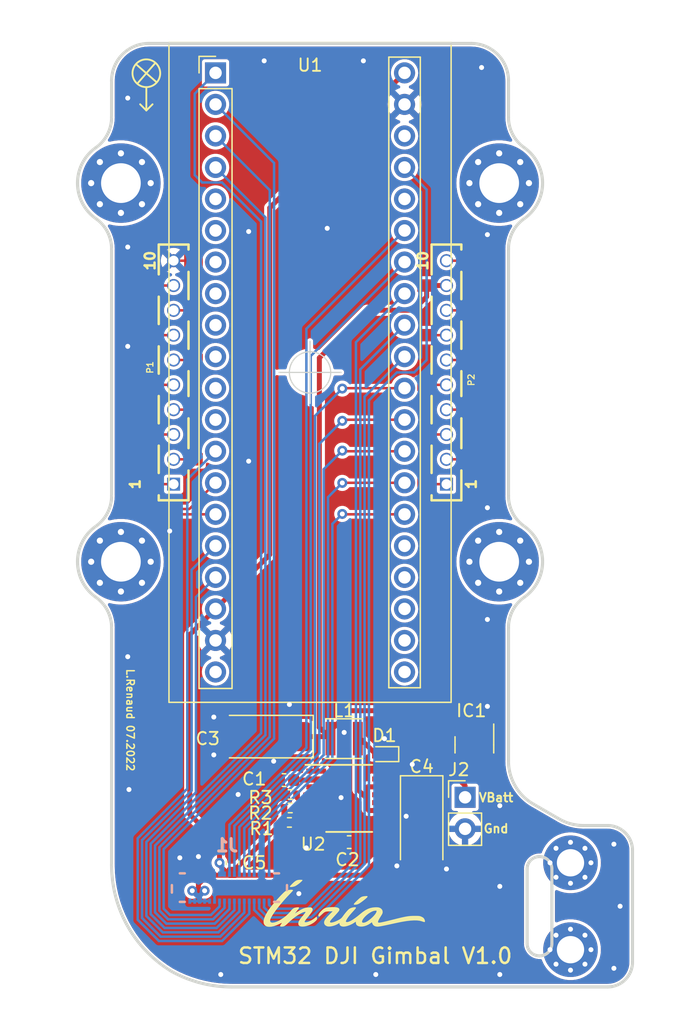
<source format=kicad_pcb>
(kicad_pcb (version 20211014) (generator pcbnew)

  (general
    (thickness 1.6)
  )

  (paper "A4")
  (layers
    (0 "F.Cu" signal)
    (31 "B.Cu" signal)
    (32 "B.Adhes" user "B.Adhesive")
    (33 "F.Adhes" user "F.Adhesive")
    (34 "B.Paste" user)
    (35 "F.Paste" user)
    (36 "B.SilkS" user "B.Silkscreen")
    (37 "F.SilkS" user "F.Silkscreen")
    (38 "B.Mask" user)
    (39 "F.Mask" user)
    (40 "Dwgs.User" user "User.Drawings")
    (41 "Cmts.User" user "User.Comments")
    (42 "Eco1.User" user "User.Eco1")
    (43 "Eco2.User" user "User.Eco2")
    (44 "Edge.Cuts" user)
    (45 "Margin" user)
    (46 "B.CrtYd" user "B.Courtyard")
    (47 "F.CrtYd" user "F.Courtyard")
    (48 "B.Fab" user)
    (49 "F.Fab" user)
    (50 "User.1" user)
    (51 "User.2" user)
    (52 "User.3" user)
    (53 "User.4" user)
    (54 "User.5" user)
    (55 "User.6" user)
    (56 "User.7" user)
    (57 "User.8" user)
    (58 "User.9" user)
  )

  (setup
    (stackup
      (layer "F.SilkS" (type "Top Silk Screen"))
      (layer "F.Paste" (type "Top Solder Paste"))
      (layer "F.Mask" (type "Top Solder Mask") (thickness 0.01))
      (layer "F.Cu" (type "copper") (thickness 0.035))
      (layer "dielectric 1" (type "core") (thickness 1.51) (material "FR4") (epsilon_r 4.5) (loss_tangent 0.02))
      (layer "B.Cu" (type "copper") (thickness 0.035))
      (layer "B.Mask" (type "Bottom Solder Mask") (thickness 0.01))
      (layer "B.Paste" (type "Bottom Solder Paste"))
      (layer "B.SilkS" (type "Bottom Silk Screen"))
      (copper_finish "None")
      (dielectric_constraints no)
    )
    (pad_to_mask_clearance 0)
    (aux_axis_origin 150 100)
    (pcbplotparams
      (layerselection 0x0000030_fffffffe)
      (disableapertmacros false)
      (usegerberextensions false)
      (usegerberattributes true)
      (usegerberadvancedattributes true)
      (creategerberjobfile true)
      (svguseinch false)
      (svgprecision 6)
      (excludeedgelayer true)
      (plotframeref false)
      (viasonmask false)
      (mode 1)
      (useauxorigin false)
      (hpglpennumber 1)
      (hpglpenspeed 20)
      (hpglpendiameter 15.000000)
      (dxfpolygonmode true)
      (dxfimperialunits false)
      (dxfusepcbnewfont true)
      (psnegative false)
      (psa4output false)
      (plotreference true)
      (plotvalue true)
      (plotinvisibletext false)
      (sketchpadsonfab false)
      (subtractmaskfromsilk false)
      (outputformat 3)
      (mirror false)
      (drillshape 0)
      (scaleselection 1)
      (outputdirectory "")
    )
  )

  (net 0 "")
  (net 1 "/M3_PWM3")
  (net 2 "/M3_Fault")
  (net 3 "/M3_PWM2")
  (net 4 "GND")
  (net 5 "/M3_PWM1")
  (net 6 "/M2_Fault")
  (net 7 "/M3_Hall2")
  (net 8 "/M2_PWM3")
  (net 9 "/M3_Hall1")
  (net 10 "/M2_PWM2")
  (net 11 "/M2_Hall2")
  (net 12 "/M2_PWM1")
  (net 13 "/M2_Hall1")
  (net 14 "/M1_Fault")
  (net 15 "/M1_Hall2")
  (net 16 "/M1_PWM3")
  (net 17 "/M1_Hall1")
  (net 18 "/M1_PWM2")
  (net 19 "+5V")
  (net 20 "/M1_PWM1")
  (net 21 "unconnected-(U1-Pad5)")
  (net 22 "unconnected-(U1-Pad6)")
  (net 23 "unconnected-(U1-Pad7)")
  (net 24 "unconnected-(U1-Pad8)")
  (net 25 "unconnected-(U1-Pad9)")
  (net 26 "unconnected-(U1-Pad10)")
  (net 27 "unconnected-(U1-Pad11)")
  (net 28 "unconnected-(U1-Pad12)")
  (net 29 "/SCL")
  (net 30 "/SDA")
  (net 31 "+3V3")
  (net 32 "unconnected-(U1-Pad21)")
  (net 33 "unconnected-(U1-Pad22)")
  (net 34 "unconnected-(U1-Pad23)")
  (net 35 "unconnected-(U1-Pad24)")
  (net 36 "unconnected-(U1-Pad25)")
  (net 37 "unconnected-(U1-Pad36)")
  (net 38 "unconnected-(U1-Pad38)")
  (net 39 "unconnected-(P1-Pad2)")
  (net 40 "unconnected-(P1-Pad3)")
  (net 41 "/ow")
  (net 42 "unconnected-(IC1-Pad2)")
  (net 43 "unconnected-(P1-Pad6)")
  (net 44 "unconnected-(P1-Pad7)")
  (net 45 "unconnected-(P1-Pad8)")
  (net 46 "unconnected-(P1-Pad9)")
  (net 47 "+BATT")
  (net 48 "unconnected-(P2-Pad1)")
  (net 49 "unconnected-(P2-Pad2)")
  (net 50 "unconnected-(P2-Pad3)")
  (net 51 "unconnected-(P2-Pad4)")
  (net 52 "unconnected-(P2-Pad5)")
  (net 53 "unconnected-(P2-Pad6)")
  (net 54 "unconnected-(P2-Pad7)")
  (net 55 "+3V0")
  (net 56 "Net-(C1-Pad1)")
  (net 57 "unconnected-(P2-Pad10)")
  (net 58 "Net-(C2-Pad1)")
  (net 59 "Net-(D1-Pad2)")
  (net 60 "Net-(R2-Pad2)")
  (net 61 "unconnected-(U2-Pad8)")

  (footprint "MountingHole:MountingHole_2.2mm_M2_Pad_Via" (layer "F.Cu") (at 171 139.5))

  (footprint "Capacitor_Tantalum_SMD:CP_EIA-6032-28_Kemet-C" (layer "F.Cu") (at 159 136.25 -90))

  (footprint "Capacitor_SMD:C_0603_1608Metric" (layer "F.Cu") (at 153.1543 137.8375))

  (footprint "Resistor_SMD:R_0402_1005Metric" (layer "F.Cu") (at 148.4043 134 180))

  (footprint "Capacitor_SMD:C_0603_1608Metric" (layer "F.Cu") (at 143.75 139.5 90))

  (footprint "MountingHole:MountingHole_3.2mm_M3_Pad_Via" (layer "F.Cu") (at 134.75 84.75))

  (footprint "Resistor_SMD:R_0402_1005Metric" (layer "F.Cu") (at 148.336 136.25))

  (footprint "DGI_Gimbal:BF090-10-X-B2" (layer "F.Cu") (at 161 100 90))

  (footprint "DGI_Gimbal:BF090-10-X-B2" (layer "F.Cu") (at 139 100 90))

  (footprint "DGI_Gimbal:Inria" (layer "F.Cu") (at 152.75 142.75))

  (footprint "Package_SO:QSOP-16_3.9x4.9mm_P0.635mm" (layer "F.Cu") (at 153.1543 134.3375))

  (footprint "Capacitor_Tantalum_SMD:CP_EIA-6032-28_Kemet-C" (layer "F.Cu") (at 146.5 129.3375 180))

  (footprint "Capacitor_SMD:C_0603_1608Metric" (layer "F.Cu") (at 147.9043 132.8375 180))

  (footprint "MountingHole:MountingHole_3.2mm_M3_Pad_Via" (layer "F.Cu") (at 165.25 84.75))

  (footprint "MountingHole:MountingHole_3.2mm_M3_Pad_Via" (layer "F.Cu") (at 165.25 115.25))

  (footprint "Resistor_SMD:R_0402_1005Metric" (layer "F.Cu") (at 148.4043 135.0875))

  (footprint "Package_TO_SOT_SMD:SOT-23" (layer "F.Cu") (at 163.25 130 -90))

  (footprint "Connector_PinHeader_2.54mm:PinHeader_1x02_P2.54mm_Vertical" (layer "F.Cu") (at 162.5 134.225))

  (footprint "DGI_Gimbal:YAAJ_WeAct_BlackPill_2" (layer "F.Cu") (at 150 100))

  (footprint "Diode_SMD:D_SOD-523" (layer "F.Cu") (at 156 130.75 180))

  (footprint "MountingHole:MountingHole_2.2mm_M2_Pad_Via" (layer "F.Cu") (at 171 146.5))

  (footprint "MountingHole:MountingHole_3.2mm_M3_Pad_Via" (layer "F.Cu") (at 134.75 115.25))

  (footprint "Inductor_SMD:L_Taiyo-Yuden_NR-30xx" (layer "F.Cu") (at 152.75 129.5))

  (footprint "DGI_Gimbal:BM20B0834DS04V53" (layer "B.Cu") (at 143.5 141.5 180))

  (gr_line (start 136.8 75.9) (end 137.5 75.1) (layer "F.SilkS") (width 0.15) (tstamp 03089ffd-fc65-4861-bc9b-bf8e950bd9fa))
  (gr_line (start 136.8 75.9) (end 137.6 76.6) (layer "F.SilkS") (width 0.15) (tstamp 3ef29ce0-3c59-4f33-b521-45048e260a27))
  (gr_line (start 136.8 75.9) (end 136.1 76.7) (layer "F.SilkS") (width 0.15) (tstamp 611f7b4e-42d4-4de8-98d6-c2f71764a990))
  (gr_line (start 136.8 75.9) (end 136 75.2) (layer "F.SilkS") (width 0.15) (tstamp 76cfe23c-8d39-4fab-823b-36db34651579))
  (gr_line (start 136.8 78.9) (end 136.3 78.4) (layer "F.SilkS") (width 0.15) (tstamp 76db9461-8ba2-4aa9-b21f-4646483393e9))
  (gr_line (start 136.8 77.018033) (end 136.8 78.9) (layer "F.SilkS") (width 0.15) (tstamp 85fb701d-dbf1-4325-aa50-361701ded904))
  (gr_circle (center 136.8 75.9) (end 135.8 76.4) (layer "F.SilkS") (width 0.15) (fill none) (tstamp 91b4309a-f2dc-45c5-8b3b-e8c2643e0719))
  (gr_line (start 136.8 78.9) (end 137.3 78.4) (layer "F.SilkS") (width 0.15) (tstamp d7005e8a-bd34-461b-9bff-1cf04ce44037))
  (gr_line (start 174 136.5) (end 172.071797 136.5) (layer "Edge.Cuts") (width 0.25) (tstamp 00824726-46cf-4724-8df2-66866c033c1a))
  (gr_line (start 143.679492 149.5) (end 174 149.5) (layer "Edge.Cuts") (width 0.25) (tstamp 073fd96f-bd35-4ab3-8558-cfde33b1259f))
  (gr_arc (start 134 79.44081) (mid 133.663857 80.820606) (end 132.730769 81.891205) (layer "Edge.Cuts") (width 0.25) (tstamp 0aa4c179-6804-45cc-9fec-e9c691b3ef6a))
  (gr_arc (start 134 76.5) (mid 134.87868 74.37868) (end 137 73.5) (layer "Edge.Cuts") (width 0.25) (tstamp 0b5033fa-b8b8-4696-b834-f45deb05ccfc))
  (gr_arc (start 167.5 140) (mid 168.5 139) (end 169.5 140) (layer "Edge.Cuts") (width 0.25) (tstamp 14b2a150-3c3d-4b24-aaa7-9530a2b5f651))
  (gr_arc (start 167.269231 81.891205) (mid 166.336136 80.82061) (end 166 79.44081) (layer "Edge.Cuts") (width 0.25) (tstamp 1e3f409f-9d68-44d3-aff4-07ea339822f5))
  (gr_arc (start 134 109.94081) (mid 133.663857 111.320606) (end 132.730769 112.391205) (layer "Edge.Cuts") (width 0.25) (tstamp 2e29614c-76ef-4164-85a7-acd28c37cdd1))
  (gr_arc (start 167.269231 81.891205) (mid 168.75 84.75) (end 167.269231 87.608795) (layer "Edge.Cuts") (width 0.25) (tstamp 33eb573c-808d-4761-a1d9-2d758d748230))
  (gr_line (start 169.5 146) (end 169.5 140) (layer "Edge.Cuts") (width 0.25) (tstamp 341fb2ee-c6cb-437e-923e-62421aeea002))
  (gr_line (start 170.071797 135.964102) (end 168 134.767949) (layer "Edge.Cuts") (width 0.25) (tstamp 348bc79d-a763-4d60-a15d-0b5d5ef346aa))
  (gr_line (start 176 147.5) (end 176 138.5) (layer "Edge.Cuts") (width 0.25) (tstamp 36e98038-75f3-4d9b-b74d-d3d7124a5298))
  (gr_line (start 166 131.303848) (end 166 120.55919) (layer "Edge.Cuts") (width 0.25) (tstamp 3790e2fa-29cb-40a4-9c79-763cce1043e8))
  (gr_arc (start 163 73.5) (mid 165.12132 74.37868) (end 166 76.5) (layer "Edge.Cuts") (width 0.25) (tstamp 43fe2068-cc0b-435e-9fd4-818614d72286))
  (gr_arc (start 132.730769 118.108795) (mid 133.663864 119.17939) (end 134 120.55919) (layer "Edge.Cuts") (width 0.25) (tstamp 44148c2f-96e8-4b1d-b3d9-3391562684a8))
  (gr_arc (start 166 90.05919) (mid 166.336143 88.679394) (end 167.269231 87.608795) (layer "Edge.Cuts") (width 0.25) (tstamp 480dd0cc-55f5-48ef-8da3-2c9447508818))
  (gr_arc (start 168 134.767949) (mid 166.535881 133.303852) (end 166 131.303848) (layer "Edge.Cuts") (width 0.25) (tstamp 501aa165-5ab4-4ebb-be4f-40a9515be6d6))
  (gr_arc (start 132.730769 118.108795) (mid 131.25 115.25) (end 132.730769 112.391205) (layer "Edge.Cuts") (width 0.25) (tstamp 5777907e-c196-4994-94af-c8bf957c26df))
  (gr_line (start 166 109.94081) (end 166 90.05919) (layer "Edge.Cuts") (width 0.25) (tstamp 57f8009a-2646-42ab-b382-5674ea26c4a2))
  (gr_arc (start 132.730769 87.608795) (mid 131.25 84.75) (end 132.730769 81.891205) (layer "Edge.Cuts") (width 0.25) (tstamp 6aeb094d-8f19-4712-b421-49a2ff93969f))
  (gr_line (start 134 76.5) (end 134 79.44081) (layer "Edge.Cuts") (width 0.25) (tstamp 6da44851-27fb-4a27-ac89-d5c5d148f193))
  (gr_arc (start 167.269231 112.391205) (mid 166.336136 111.32061) (end 166 109.94081) (layer "Edge.Cuts") (width 0.25) (tstamp 7100bacf-0ad5-463d-a9ad-ab471ca70b86))
  (gr_arc (start 166 120.55919) (mid 166.336143 119.179394) (end 167.269231 118.108795) (layer "Edge.Cuts") (width 0.25) (tstamp 7d687642-f69e-4c8c-9978-56dd37af8f9b))
  (gr_arc (start 169.5 146) (mid 168.5 147) (end 167.5 146) (layer "Edge.Cuts") (width 0.25) (tstamp 9546ea45-8432-47b8-911d-5194c6bd90a5))
  (gr_arc (start 132.730769 87.608795) (mid 133.663864 88.67939) (end 134 90.05919) (layer "Edge.Cuts") (width 0.25) (tstamp b137633c-4fa5-40eb-a11a-b3a4d2c76a70))
  (gr_arc (start 176 147.5) (mid 175.414214 148.914214) (end 174 149.5) (layer "Edge.Cuts") (width 0.25) (tstamp b91a7274-01c0-4174-93d7-33c25294f2a6))
  (gr_arc (start 174 136.5) (mid 175.414214 137.085786) (end 176 138.5) (layer "Edge.Cuts") (width 0.25) (tstamp bb27c4a8-d58e-4c64-9502-0f15c15c3b43))
  (gr_line (start 167.5 140) (end 167.5 146) (layer "Edge.Cuts") (width 0.25) (tstamp c6d73e69-f2c5-4e39-a783-7aac0db885ed))
  (gr_line (start 134 120.55919) (end 134 139.685045) (layer "Edge.Cuts") (width 0.25) (tstamp d2bb3c14-a70d-482c-84c0-91cf864b3430))
  (gr_line (start 134 90.05919) (end 134 109.94081) (layer "Edge.Cuts") (width 0.25) (tstamp d38048de-6bc1-48b1-a88e-c99cd97b0ca9))
  (gr_arc (start 172.071797 136.5) (mid 171.036521 136.363703) (end 170.071797 135.964102) (layer "Edge.Cuts") (width 0.25) (tstamp d760aabc-95af-4384-8d5b-5f2c315a734d))
  (gr_line (start 166 79.44081) (end 166 76.5) (layer "Edge.Cuts") (width 0.25) (tstamp d9b5d9ba-9d64-41df-a74b-ac3b6987e2ab))
  (gr_line (start 163 73.5) (end 137 73.5) (layer "Edge.Cuts") (width 0.25) (tstamp db03d595-dc8c-4a5e-bc67-8e600042e5fa))
  (gr_arc (start 138.840602 148.251294) (mid 135.293855 144.6047) (end 134 139.685045) (layer "Edge.Cuts") (width 0.25) (tstamp e3ac2b19-d9ff-4201-b994-6c175c1d32ca))
  (gr_arc (start 167.269231 112.391205) (mid 168.75 115.25) (end 167.269231 118.108795) (layer "Edge.Cuts") (width 0.25) (tstamp ee0ae4da-5f58-4828-aa71-5361aaf59f9c))
  (gr_arc (start 143.679492 149.5) (mid 141.180787 149.182791) (end 138.840602 148.251294) (layer "Edge.Cuts") (width 0.25) (tstamp fae18970-0eb5-4b3d-885b-108e72d45e32))
  (gr_text "STM32 DJI Gimbal V1.0\n" (at 155.25 147) (layer "F.SilkS") (tstamp 1c102a47-54ae-434c-b42c-6868739953c4)
    (effects (font (size 1.25 1.25) (thickness 0.2)))
  )
  (gr_text "Gnd" (at 165 136.75) (layer "F.SilkS") (tstamp 239352ce-f85f-4418-91ea-236f468a2cb4)
    (effects (font (size 0.7 0.7) (thickness 0.15)))
  )
  (gr_text "VBatt" (at 165 134.25) (layer "F.SilkS") (tstamp ab6e86d5-a0aa-4a67-9416-462efe4ffe34)
    (effects (font (size 0.7 0.7) (thickness 0.15)))
  )
  (gr_text "L.Renaud 07.2022" (at 135.5 128 270) (layer "F.SilkS") (tstamp d1b5a478-66d4-44de-b416-a298a27aa5a0)
    (effects (font (size 0.6 0.6) (thickness 0.12)))
  )
  (target plus (at 150 100) (size 5) (width 0.1) (layer "Edge.Cuts") (tstamp 51752aa5-cdf6-4e14-893b-99c44e4b3f4e))

  (segment (start 153.7 139.3) (end 153.7 97.57) (width 0.2) (layer "B.Cu") (net 1) (tstamp 343737ac-7041-4585-bf68-a4ca3190b804))
  (segment (start 153.7 97.57) (end 157.62 93.65) (width 0.2) (layer "B.Cu") (net 1) (tstamp 6a8ae0ae-57ec-474a-b98b-e29617014806))
  (segment (start 146.7 142.9) (end 147 143.2) (width 0.2) (layer "B.Cu") (net 1) (tstamp 6d4ed5a6-dc1c-409e-8685-2287cad3dbaf))
  (segment (start 149.8 143.2) (end 153.7 139.3) (width 0.2) (layer "B.Cu") (net 1) (tstamp 9bd0f411-9229-4b34-a548-a0d2617202d5))
  (segment (start 147 143.2) (end 149.8 143.2) (width 0.2) (layer "B.Cu") (net 1) (tstamp e9716265-9080-4195-8f05-1b63a33b83b3))
  (segment (start 146.7 142.59) (end 146.7 142.9) (width 0.2) (layer "B.Cu") (net 1) (tstamp fca9cda3-9504-4ee0-aaff-41f486e049d7))
  (segment (start 157.62 111.43) (end 152.63 111.43) (width 0.2) (layer "F.Cu") (net 2) (tstamp 06538c82-7ea5-4da6-a30b-f47c5b701109))
  (segment (start 152.63 111.43) (end 152.6 111.4) (width 0.2) (layer "F.Cu") (net 2) (tstamp d2762f77-b3fb-4ef3-9a2e-5d5ef1675f5a))
  (via (at 152.6 111.4) (size 0.8) (drill 0.4) (layers "F.Cu" "B.Cu") (net 2) (tstamp a0c8ca57-9232-45a1-802e-67c03e8d3df7))
  (segment (start 146.7 140.41) (end 146.7 136.2) (width 0.2) (layer "B.Cu") (net 2) (tstamp 48179ea5-f9e9-4c72-a7e1-ad809371c105))
  (segment (start 146.7 136.2) (end 151.8 131.1) (width 0.2) (layer "B.Cu") (net 2) (tstamp 90496c8f-3f08-4e38-8731-ade90847258a))
  (segment (start 151.8 131.1) (end 151.8 112.2) (width 0.2) (layer "B.Cu") (net 2) (tstamp e3bb7f81-59d7-4600-ad97-bf8552ddda7e))
  (segment (start 151.8 112.2) (end 152.6 111.4) (width 0.2) (layer "B.Cu") (net 2) (tstamp f1164718-c7ec-4b9b-bc74-64ba183e4065))
  (segment (start 146.749511 143.549511) (end 146.3 143.1) (width 0.2) (layer "B.Cu") (net 3) (tstamp 0fc7547d-d278-4513-a963-ebb37e9b73e8))
  (segment (start 153.849519 139.644777) (end 150.094296 143.4) (width 0.2) (layer "B.Cu") (net 3) (tstamp 30e12bc1-0c7d-44fa-8314-39dd79af88ca))
  (segment (start 157.62 96.19) (end 154.049511 99.760489) (width 0.2) (layer "B.Cu") (net 3) (tstamp 58be3eb8-6fc1-43ae-b8a0-2cacfe31412f))
  (segment (start 149.944772 143.549511) (end 146.749511 143.549511) (width 0.2) (layer "B.Cu") (net 3) (tstamp 5b16f041-7792-41c3-b7f3-30282b35a90a))
  (segment (start 154.049511 139.444773) (end 153.849519 139.644765) (width 0.2) (layer "B.Cu") (net 3) (tstamp 5ef53b27-7caf-4f09-9fec-b4ddd272e55c))
  (segment (start 146.3 143.1) (end 146.3 142.59) (width 0.2) (layer "B.Cu") (net 3) (tstamp 8134f76f-fe0c-47ae-a3d1-ff5c114183d9))
  (segment (start 150.094284 143.4) (end 149.944772 143.549511) (width 0.2) (layer "B.Cu") (net 3) (tstamp 8e5402ff-2c34-41da-a762-f223c51fd02f))
  (segment (start 150.094296 143.4) (end 150.094284 143.4) (width 0.2) (layer "B.Cu") (net 3) (tstamp b70eae13-cabd-4355-ba86-9f8c53949bec))
  (segment (start 153.849519 139.644765) (end 153.849519 139.644777) (width 0.2) (layer "B.Cu") (net 3) (tstamp ea3d032a-505d-494d-9452-8b030e367c31))
  (segment (start 154.049511 99.760489) (end 154.049511 139.444773) (width 0.2) (layer "B.Cu") (net 3) (tstamp f11d7083-3f92-4c12-ac6d-82ec4657374e))
  (segment (start 155.8086 134.655) (end 157.0086 134.655) (width 0.4) (layer "F.Cu") (net 4) (tstamp 0c74cb2b-976a-4f76-a4e5-2e5e53f6d2ed))
  (segment (start 150.5 134.02) (end 152.27 134.02) (width 0.4) (layer "F.Cu") (net 4) (tstamp 56024489-e761-47ea-83df-e97aaf97efd5))
  (segment (start 157.575 135.925) (end 157.75 135.75) (width 0.4) (layer "F.Cu") (net 4) (tstamp 63eb51eb-c813-4639-8952-7b46d8159515))
  (segment (start 157.75 135.3964) (end 157.75 135.75) (width 0.4) (layer "F.Cu") (net 4) (tstamp 6a916e25-7682-42d4-b49e-d6ff891c1474))
  (segment (start 152.27 134.02) (end 152.5 134.25) (width 0.4) (layer "F.Cu") (net 4) (tstamp 8b1a64c4-925c-4797-9f0c-da1e1d52413f))
  (segment (start 138.94 91) (end 140.54 91) (width 0.2) (layer "F.Cu") (net 4) (tstamp 8bd7c959-0f76-4414-b2e1-1e2d49d8b269))
  (segment (start 157.0086 134.655) (end 157.75 135.3964) (width 0.4) (layer "F.Cu") (net 4) (tstamp afe8c132-3fc8-4563-a639-b996aa201312))
  (segment (start 155.8086 132.115) (end 156 131.9236) (width 0.4) (layer "F.Cu") (net 4) (tstamp b9272174-07b1-4153-a72c-6d53ecebfe88))
  (segment (start 155.8086 135.925) (end 157.575 135.925) (width 0.4) (layer "F.Cu") (net 4) (tstamp e8f39ce3-8272-4a4e-b6d0-9c2c12888ccf))
  (segment (start 156 131.9236) (end 156 129.5) (width 0.4) (layer "F.Cu") (net 4) (tstamp ebb1edf5-49d5-439f-8346-e66d85ef93dd))
  (via (at 149.098 141.986) (size 0.8) (drill 0.4) (layers "F.Cu" "B.Cu") (free) (net 4) (tstamp 0c0bd04a-5130-45e2-a43f-d6f5afc3ec5f))
  (via (at 142.24 127.762) (size 0.8) (drill 0.4) (layers "F.Cu" "B.Cu") (free) (net 4) (tstamp 1135c5d5-7ced-42c0-99af-b6b3a6c904e6))
  (via (at 146.3 74.9) (size 0.8) (drill 0.4) (layers "F.Cu" "B.Cu") (free) (net 4) (tstamp 1191e882-1b58-40f9-85e1-0be789bf4f9b))
  (via (at 139.5 139.1) (size 0.8) (drill 0.4) (layers "F.Cu" "B.Cu") (free) (net 4) (tstamp 14120b75-d850-468c-8194-4559cd54a031))
  (via (at 157 139.75) (size 0.8) (drill 0.4) (layers "F.Cu" "B.Cu") (free) (net 4) (tstamp 1a549be8-c6de-4b98-94d1-6b56d2296997))
  (via (at 135.3 77.9) (size 0.8) (drill 0.4) (layers "F.Cu" "B.Cu") (free) (net 4) (tstamp 1a621e8d-a430-4485-8b13-46273aeb35be))
  (via (at 151.384 88.392) (size 0.8) (drill 0.4) (layers "F.Cu" "B.Cu") (free) (net 4) (tstamp 1d50c0aa-dccf-43f8-b810-e32536f67739))
  (via (at 161 140) (size 0.8) (drill 0.4) (layers "F.Cu" "B.Cu") (free) (net 4) (tstamp 24d0c3a6-124f-4425-ac7b-f3c0cb36c272))
  (via (at 145.05 107.15) (size 0.8) (drill 0.4) (layers "F.Cu" "B.Cu") (free) (net 4) (tstamp 28e15989-5385-427e-a9a7-25fddc57d8c9))
  (via (at 142.24 130.81) (size 0.8) (drill 0.4) (layers "F.Cu" "B.Cu") (free) (net 4) (tstamp 39a053ae-d9e7-45ec-b38a-30991e38b967))
  (via (at 152.5 134.25) (size 0.8) (drill 0.4) (layers "F.Cu" "B.Cu") (free) (net 4) (tstamp 4101bb67-fb27-4a12-9995-a64ec86cf847))
  (via (at 142.8 148.5) (size 0.8) (drill 0.4) (layers "F.Cu" "B.Cu") (free) (net 4) (tstamp 4d21ea87-48e9-4363-8b6d-c4d644bf3d11))
  (via (at 147.066 131.318) (size 0.8) (drill 0.4) (layers "F.Cu" "B.Cu") (free) (net 4) (tstamp 51fd411f-db63-4ef1-b304-b19b61caddf7))
  (via (at 144.2 134) (size 0.8) (drill 0.4) (layers "F.Cu" "B.Cu") (free) (net 4) (tstamp 54da2f57-eedc-472c-938b-2fcb901a4b50))
  (via (at 157.75 135.75) (size 0.8) (drill 0.4) (layers "F.Cu" "B.Cu") (free) (net 4) (tstamp 55678221-4b34-45ca-adc6-2da6986df247))
  (via (at 174.5 148) (size 0.8) (drill 0.4) (layers "F.Cu" "B.Cu") (free) (net 4) (tstamp 5a335208-2c93-4e4f-ae3d-c15428aaf6eb))
  (via (at 135.3 97.9) (size 0.8) (drill 0.4) (layers "F.Cu" "B.Cu") (free) (net 4) (tstamp 5f1b7a67-342f-47e1-b241-4db041594e00))
  (via (at 135.3 89.9) (size 0.8) (drill 0.4) (layers "F.Cu" "B.Cu") (free) (net 4) (tstamp 638597a2-759c-4a8f-8fae-1ccfab501693))
  (via (at 155.3 148.5) (size 0.8) (drill 0.4) (layers "F.Cu" "B.Cu") (free) (net 4) (tstamp 63f01817-74e6-44ed-a07a-2209c667c863))
  (via (at 149.7 138.3) (size 0.8) (drill 0.4) (layers "F.Cu" "B.Cu") (free) (net 4) (tstamp 6ea39889-fdf9-4687-848f-87be19b4312a))
  (via (at 165.3 141.4) (size 0.8) (drill 0.4) (layers "F.Cu" "B.Cu") (free) (net 4) (tstamp 6f9d4be2-c3c2-4e0c-bd6c-481254301664))
  (via (at 175 143) (size 0.8) (drill 0.4) (layers "F.Cu" "B.Cu") (free) (net 4) (tstamp 71aea535-e544-4bbf-9303-ac0095de444b))
  (via (at 135.3 122.9) (size 0.8) (drill 0.4) (layers "F.Cu" "B.Cu") (free) (net 4) (tstamp 73c30f9b-9d80-4a14-8639-f9eba2dca702))
  (via (at 145.05 88.65) (size 0.8) (drill 0.4) (layers "F.Cu" "B.Cu") (free) (net 4) (tstamp 756c9db8-342b-4620-93c3-0d2ce81e3931))
  (via (at 164.3 119.9) (size 0.8) (drill 0.4) (layers "F.Cu" "B.Cu") (free) (net 4) (tstamp 79c09817-c1ac-4281-94f6-c1eaa8bf7ae5))
  (via (at 135.4 133.6) (size 0.8) (drill 0.4) (layers "F.Cu" "B.Cu") (free) (net 4) (tstamp 9503ffac-b12d-42a7-be96-cc03227bb761))
  (via (at 156 129.5) (size 0.8) (drill 0.4) (layers "F.Cu" "B.Cu") (net 4) (tstamp a24acba0-a4b9-4c3d-ab98-a7cbb39b9080))
  (via (at 164.3 110.9) (size 0.8) (drill 0.4) (layers "F.Cu" "B.Cu") (free) (net 4) (tstamp ace98139-9e5c-46c1-ba03-cc1692ce9984))
  (via (at 163.83 75.438) (size 0.8) (drill 0.4) (layers "F.Cu" "B.Cu") (free) (net 4) (tstamp b0dbb33b-be84-4db4-843f-9896aaa6d439))
  (via (at 164.3 88.9) (size 0.8) (drill 0.4) (layers "F.Cu" "B.Cu") (free) (net 4) (tstamp c2f6de18-6450-45a1-b71c-b13023a205fe))
  (via (at 158.242 131.572) (size 0.8) (drill 0.4) (layers "F.Cu" "B.Cu") (free) (net 4) (tstamp c4d61684-ffd5-4ccf-b072-2d6443249689))
  (via (at 174.5 138) (size 0.8) (drill 0.4) (layers "F.Cu" "B.Cu") (free) (net 4) (tstamp cc6e7b98-5f1b-4ede-914d-147822f8fe12))
  (via (at 165.3 148.5) (size 0.8) (drill 0.4) (layers "F.Cu" "B.Cu") (free) (net 4) (tstamp cdae78c2-3796-454e-9991-4d6264ea222c))
  (via (at 164.3 126.9) (size 0.8) (drill 0.4) (layers "F.Cu" "B.Cu") (free) (net 4) (tstamp cedeec15-a96b-49fe-af12-34c86751ecbf))
  (via (at 152.75 129) (size 0.8) (drill 0.4) (layers "F.Cu" "B.Cu") (free) (net 4) (tstamp d2b4bdde-3bf3-46df-91dc-d761591c3914))
  (via (at 148.336 126.746) (size 0.8) (drill 0.4) (layers "F.Cu" "B.Cu") (free) (net 4) (tstamp d431cd8d-6a71-4ff9-8d1b-ca748b20b0f8))
  (via (at 165.3 134.9) (size 0.8) (drill 0.4) (layers "F.Cu" "B.Cu") (free) (net 4) (tstamp d58a1a7a-c846-47ae-bbc9-796938287d80))
  (via (at 138.684 112.776) (size 0.8) (drill 0.4) (layers "F.Cu" "B.Cu") (free) (net 4) (tstamp d9a2c9e0-af65-4fec-8dbd-5e7565a66f13))
  (via (at 154.3 74.9) (size 0.8) (drill 0.4) (layers "F.Cu" "B.Cu") (free) (net 4) (tstamp ec87612d-b3cc-4af6-8031-065c14b5a6d5))
  (via (at 141 139) (size 0.8) (drill 0.4) (layers "F.Cu" "B.Cu") (free) (net 4) (tstamp fb1e4059-1049-4549-abc8-7bc851a87b5a))
  (segment (start 142.3 140.41) (end 140.3 140.41) (width 0.2) (layer "B.Cu") (net 4) (tstamp 1004d08c-c732-4ad4-907a-fb9b3fb6ac43))
  (segment (start 147.185 141.3) (end 147.91 140.575) (width 0.2) (layer "B.Cu") (net 4) (tstamp 1064b3b8-9b9a-42df-baa7-318157ad4984))
  (segment (start 142.3 142.59) (end 142.3 140.41) (width 0.2) (layer "B.Cu") (net 4) (tstamp 39529687-0a7d-4895-934b-85b70061147d))
  (segment (start 146.09 140.41) (end 145.9 140.41) (width 0.2) (layer "B.Cu") (net 4) (tstamp 5003db7d-1423-48c5-a9bc-7acca878f914))
  (segment (start 146.09 140.41) (end 146.09 141.09) (width 0.2) (layer "B.Cu") (net 4) (tstamp 50b5bd75-3077-4695-946d-0640a2b9b2d1))
  (segment (start 139.09 140.575) (end 139.255 140.41) (width 0.2) (layer "B.Cu") (net 4) (tstamp 7fda1270-95da-4e26-82d0-112e16bb460a))
  (segment (start 146.3 141.3) (end 147.185 141.3) (width 0.2) (layer "B.Cu") (net 4) (tstamp da96dceb-89e7-41d0-919f-76fd30ee77f0))
  (segment (start 146.3 140.41) (end 146.09 140.41) (width 0.2) (layer "B.Cu") (net 4) (tstamp dcbbb7da-7c41-42b0-aee3-f32380cd0901))
  (segment (start 139.255 140.41) (end 140.3 140.41) (width 0.2) (layer "B.Cu") (net 4) (tstamp f6c3b837-57f5-4f14-bc29-e8e903fabdef))
  (segment (start 146.09 141.09) (end 146.3 141.3) (width 0.2) (layer "B.Cu") (net 4) (tstamp ff171931-86df-4676-a3b3-6a847ce1a0d4))
  (segment (start 154.399022 101.950978) (end 157.62 98.73) (width 0.2) (layer "B.Cu") (net 5) (tstamp 0744afda-1361-416c-bb51-9599b02803ac))
  (segment (start 146.604739 143.899022) (end 150.089544 143.899022) (width 0.2) (layer "B.Cu") (net 5) (tstamp 0881572c-4c06-4c9f-95c9-e23856dd5c7d))
  (segment (start 150.25048 143.74952) (end 154.2 139.8) (width 0.2) (layer "B.Cu") (net 5) (tstamp 214415bf-5f39-4c82-a60a-ce16bda86ca1))
  (segment (start 145.9 143.194284) (end 146.604739 143.899022) (width 0.2) (layer "B.Cu") (net 5) (tstamp 2e667a38-2104-4cdc-9fb5-d95540b86dfb))
  (segment (start 154.399022 139.589545) (end 154.399022 101.950978) (width 0.2) (layer "B.Cu") (net 5) (tstamp 452cf69b-362b-402f-86ca-447c2a810cbe))
  (segment (start 145.9 142.59) (end 145.9 143.194284) (width 0.2) (layer "B.Cu") (net 5) (tstamp 958d17ec-6b56-4dec-a63b-65ef45b55fef))
  (segment (start 154.2 139.788567) (end 154.399022 139.589545) (width 0.2) (layer "B.Cu") (net 5) (tstamp baf08ca4-7abe-491c-85cc-6ccbc4866621))
  (segment (start 150.239045 143.74952) (end 150.25048 143.74952) (width 0.2) (layer "B.Cu") (net 5) (tstamp cd1474d0-1317-4fc6-9d54-7af5a85a72ff))
  (segment (start 154.2 139.8) (end 154.2 139.788567) (width 0.2) (layer "B.Cu") (net 5) (tstamp ee4fdec0-a139-4c19-96b0-5f04cc0a26fb))
  (segment (start 150.089544 143.899022) (end 150.239045 143.74952) (width 0.2) (layer "B.Cu") (net 5) (tstamp fa935482-b160-4182-8873-36334fa35ef0))
  (segment (start 154.549519 139.950481) (end 154.549519 139.933332) (width 0.2) (layer "B.Cu") (net 6) (tstamp 04751f94-3381-40a3-b134-354c73d34f54))
  (segment (start 154.748533 139.734317) (end 154.748533 102.251467) (width 0.2) (layer "B.Cu") (net 6) (tstamp 11665e6e-057a-445e-8a5e-7430c9c79660))
  (segment (start 159.4 99) (end 159.4 85.27) (width 0.2) (layer "B.Cu") (net 6) (tstamp 12a238d5-ee36-4085-b9eb-79e3ed792ab7))
  (segment (start 158.4 100) (end 159.4 99) (width 0.2) (layer "B.Cu") (net 6) (tstamp 35e74541-14cd-4051-bb4c-d0a7bdf35845))
  (segment (start 145.5 142.59) (end 145.5 143.3) (width 0.2) (layer "B.Cu") (net 6) (tstamp 36325efb-0a77-4065-957d-afb96f01006f))
  (segment (start 159.4 85.27) (end 157.62 83.49) (width 0.2) (layer "B.Cu") (net 6) (tstamp 43b1e255-8716-480b-97ca-7a773a41eed8))
  (segment (start 150.251467 144.248533) (end 154.549519 139.950481) (width 0.2) (layer "B.Cu") (net 6) (tstamp 4c8f8d2c-705c-4e6c-b2d0-043f01664b1b))
  (segment (start 154.549519 139.933332) (end 154.748533 139.734317) (width 0.2) (layer "B.Cu") (net 6) (tstamp 4d3b6eef-d9fe-42f3-aee9-83ca683a404b))
  (segment (start 157 100) (end 158.4 100) (width 0.2) (layer "B.Cu") (net 6) (tstamp 739cd88a-2fb3-4d4a-8359-ad71975e92b7))
  (segment (start 154.748533 102.251467) (end 157 100) (width 0.2) (layer "B.Cu") (net 6) (tstamp bcecd244-f8aa-407c-aeaa-64b896544a74))
  (segment (start 145.5 143.3) (end 146.448533 144.248533) (width 0.2) (layer "B.Cu") (net 6) (tstamp bd1566dd-e256-4479-9339-c0ca38ad5538))
  (segment (start 146.448533 144.248533) (end 150.251467 144.248533) (width 0.2) (layer "B.Cu") (net 6) (tstamp d8eb9cf3-a417-47b2-bc4f-ff3f03ec6392))
  (segment (start 157.62 108.89) (end 152.61 108.89) (width 0.2) (layer "F.Cu") (net 7) (tstamp 14c53090-7f5c-4e51-b730-49cfcf314713))
  (segment (start 152.61 108.89) (end 152.6 108.9) (width 0.2) (layer "F.Cu") (net 7) (tstamp 9b661b14-5482-40d8-bf83-d7f8aa4f78e3))
  (via (at 152.6 108.9) (size 0.8) (drill 0.4) (layers "F.Cu" "B.Cu") (net 7) (tstamp 5e515ad5-c454-4d28-9fdd-b95a2c1c17aa))
  (segment (start 145.5 140.41) (end 145.5 136.905716) (width 0.2) (layer "B.Cu") (net 7) (tstamp 7ae52999-3fab-41c0-97e8-dc9490907519))
  (segment (start 145.5 136.905716) (end 151.450489 130.955227) (width 0.2) (layer "B.Cu") (net 7) (tstamp bd50907f-c24f-44f9-8165-18223048ed80))
  (segment (start 151.450489 110.049511) (end 152.6 108.9) (width 0.2) (layer "B.Cu") (net 7) (tstamp d3c65815-c286-403e-95c0-6c83db2672cd))
  (segment (start 151.450489 130.955227) (end 151.450489 110.049511) (width 0.2) (layer "B.Cu") (net 7) (tstamp fa5a1490-94e9-403c-8c58-c890e82c4938))
  (segment (start 136.102934 144.091525) (end 136.102934 137.531365) (width 0.2) (layer "B.Cu") (net 8) (tstamp 15d1794f-8724-4fac-84fb-ac1b89bdcfee))
  (segment (start 145.1 143.6) (end 142.899998 145.8) (width 0.2) (layer "B.Cu") (net 8) (tstamp 346c1439-2462-4a70-a014-a4e4e14b5ebb))
  (segment (start 145.1 142.59) (end 145.1 143.6) (width 0.2) (layer "B.Cu") (net 8) (tstamp 711965c3-baf7-4971-977c-c61c2418ec16))
  (segment (start 142.899998 145.8) (end 137.811409 145.8) (width 0.2) (layer "B.Cu") (net 8) (tstamp 718e381f-e08b-4163-996f-b1c0a0e085a7))
  (segment (start 140.1 108.63) (end 142.38 106.35) (width 0.2) (layer "B.Cu") (net 8) (tstamp 7354793e-0fdf-408d-9c02-e85cd6c382eb))
  (segment (start 137.811409 145.8) (end 136.102934 144.091525) (width 0.2) (layer "B.Cu") (net 8) (tstamp 8e8d7b71-985f-417a-a771-53c9fd25d31d))
  (segment (start 140.1 133.534299) (end 140.1 108.63) (width 0.2) (layer "B.Cu") (net 8) (tstamp 97c9a9d8-256f-4eef-b0d6-5162878f58ec))
  (segment (start 136.102934 137.531365) (end 140.1 133.534299) (width 0.2) (layer "B.Cu") (net 8) (tstamp f8b2c793-244d-449d-a37f-28ad059e43b4))
  (segment (start 157.62 106.35) (end 152.65 106.35) (width 0.2) (layer "F.Cu") (net 9) (tstamp 16043337-dcc2-4a45-baf7-d9d27cf65604))
  (segment (start 152.65 106.35) (end 152.6 106.3) (width 0.2) (layer "F.Cu") (net 9) (tstamp e4b42dbc-9195-4caa-9b39-f593178e83e8))
  (via (at 152.6 106.3) (size 0.8) (drill 0.4) (layers "F.Cu" "B.Cu") (net 9) (tstamp ac9cd087-32de-4fcf-a24d-f9ea69bf38fb))
  (segment (start 145.1 140.41) (end 145.1 136.811432) (width 0.2) (layer "B.Cu") (net 9) (tstamp 3c320b69-5efb-4749-a64f-7b469c442930))
  (segment (start 151.100978 130.810454) (end 151.100979 107.799021) (width 0.2) (layer "B.Cu") (net 9) (tstamp 5a69025e-8527-4327-b206-d9ee82c689b8))
  (segment (start 151.100979 107.799021) (end 152.6 106.3) (width 0.2) (layer "B.Cu") (net 9) (tstamp ce876495-451b-49cf-a06a-fbdf54b20268))
  (segment (start 145.1 136.811432) (end 151.100978 130.810454) (width 0.2) (layer "B.Cu") (net 9) (tstamp dd7f1006-ed5b-4d8f-9470-857b5e061df9))
  (segment (start 136.452447 143.946743) (end 136.452447 137.676135) (width 0.2) (layer "B.Cu") (net 10) (tstamp 04e64ca6-417e-407f-bdd5-7b76028c150e))
  (segment (start 140.45048 115.89952) (end 142.38 113.97) (width 0.2) (layer "B.Cu") (net 10) (tstamp 2d7d56a7-47ae-4bb3-a1bf-cc0e5fd0fa8b))
  (segment (start 136.452447 137.676135) (end 140.45048 133.678102) (width 0.2) (layer "B.Cu") (net 10) (tstamp 355be12c-c1fb-42ad-bc83-f63da36b2bf1))
  (segment (start 142.755226 145.450489) (end 137.956193 145.450489) (width 0.2) (layer "B.Cu") (net 10) (tstamp 3fd8a82e-9219-4725-9ef9-827c62578c64))
  (segment (start 144.7 142.59) (end 144.7 143.505716) (width 0.2) (layer "B.Cu") (net 10) (tstamp 5bd7b9d8-4599-4bbb-bdee-5f4f710ccc6b))
  (segment (start 144.7 143.505716) (end 142.755226 145.450489) (width 0.2) (layer "B.Cu") (net 10) (tstamp ab746f38-b65a-4a37-ba04-ce83059b31bf))
  (segment (start 140.45048 133.678102) (end 140.45048 115.89952) (width 0.2) (layer "B.Cu") (net 10) (tstamp ae2c9252-c2d0-4e09-8086-f7c47deeb71e))
  (segment (start 137.956193 145.450489) (end 136.452447 143.946743) (width 0.2) (layer "B.Cu") (net 10) (tstamp c77e457d-2c81-4c17-bdd6-ea6c3723f1a2))
  (segment (start 157.62 103.81) (end 152.69 103.81) (width 0.2) (layer "F.Cu") (net 11) (tstamp 0d89d8e8-a085-4114-b181-121519648fbb))
  (segment (start 152.69 103.81) (end 152.6 103.9) (width 0.2) (layer "F.Cu") (net 11) (tstamp f4b2439a-aac8-451d-be34-c2d59ab6da42))
  (via (at 152.6 103.9) (size 0.8) (drill 0.4) (layers "F.Cu" "B.Cu") (net 11) (tstamp 0f83763d-663a-4a00-a5e6-8530d58a32c4))
  (segment (start 144.7 136.717148) (end 150.751467 130.665681) (width 0.2) (layer "B.Cu") (net 11) (tstamp 5db529d2-65b0-4541-901e-7792d8f4887f))
  (segment (start 150.751469 105.748531) (end 152.6 103.9) (width 0.2) (layer "B.Cu") (net 11) (tstamp 713d78e5-dc28-4eff-b0be-732fcb376761))
  (segment (start 150.751467 130.665681) (end 150.751469 105.748531) (width 0.2) (layer "B.Cu") (net 11) (tstamp dab4b1a9-0fe1-4e65-b86e-52f527c10522))
  (segment (start 144.7 140.41) (end 144.7 136.717148) (width 0.2) (layer "B.Cu") (net 11) (tstamp e240fe82-0637-496a-b6b8-9cf00c85bf60))
  (segment (start 142.610454 145.100978) (end 138.123845 145.100978) (width 0.2) (layer "B.Cu") (net 12) (tstamp 1586c2aa-37f6-4122-9353-aa95d0ff209c))
  (segment (start 136.801956 137.820909) (end 140.8 133.822865) (width 0.2) (layer "B.Cu") (net 12) (tstamp 5d1fca44-6a09-4951-bd0a-33200857e047))
  (segment (start 138.123845 145.100978) (end 136.801956 143.779089) (width 0.2) (layer "B.Cu") (net 12) (tstamp 89a1399f-5b6f-4020-84c5-139a7d76dfbc))
  (segment (start 140.8 133.822865) (end 140.8 118.09) (width 0.2) (layer "B.Cu") (net 12) (tstamp 8f1b5d36-459c-45a2-b8ee-3ce5e1efaf22))
  (segment (start 136.801956 143.779089) (end 136.801956 137.820909) (width 0.2) (layer "B.Cu") (net 12) (tstamp a3227cab-33e1-4ce0-b318-2964051493a9))
  (segment (start 144.3 143.411432) (end 142.610454 145.100978) (width 0.2) (layer "B.Cu") (net 12) (tstamp a4bef062-625c-41b9-838a-ca129dfca96f))
  (segment (start 144.3 142.59) (end 144.3 143.411432) (width 0.2) (layer "B.Cu") (net 12) (tstamp e0d74725-e08a-4541-ad3d-e9a14bfe7c88))
  (segment (start 140.8 118.09) (end 142.38 116.51) (width 0.2) (layer "B.Cu") (net 12) (tstamp faab3550-0880-4f85-ab26-9ae3d5eb774d))
  (segment (start 157.62 101.27) (end 152.63 101.27) (width 0.2) (layer "F.Cu") (net 13) (tstamp 3f7a049e-998b-4042-bbb8-4ddbe549cd6f))
  (segment (start 152.63 101.27) (end 152.6 101.3) (width 0.2) (layer "F.Cu") (net 13) (tstamp 4df59889-68f3-46a1-a6f9-f7bb27145bbe))
  (via (at 152.6 101.3) (size 0.8) (drill 0.4) (layers "F.Cu" "B.Cu") (net 13) (tstamp dfd08b72-e79e-419c-a3b4-22401cd7a136))
  (segment (start 150.401959 103.498041) (end 152.6 101.3) (width 0.2) (layer "B.Cu") (net 13) (tstamp 5a5a64ab-801d-4962-8169-3e6cb3a65ec2))
  (segment (start 144.3 140.41) (end 144.3 136.622864) (width 0.2) (layer "B.Cu") (net 13) (tstamp 8424bdfc-b58a-4fbd-8eed-3cc46221c030))
  (segment (start 150.401959 130.520905) (end 150.401959 103.498041) (width 0.2) (layer "B.Cu") (net 13) (tstamp b179eab0-0695-47fa-9e4b-ea49df48926c))
  (segment (start 144.3 136.622864) (end 150.401959 130.520905) (width 0.2) (layer "B.Cu") (net 13) (tstamp e12fc61f-82d0-4321-9b4c-584e4739fb71))
  (segment (start 146.051467 87.851467) (end 142.9 84.7) (width 0.2) (layer "B.Cu") (net 14) (tstamp 089248bb-32b0-4101-88d3-77919896f45f))
  (segment (start 137.151467 137.965682) (end 146.051467 129.065681) (width 0.2) (layer "B.Cu") (net 14) (tstamp 3b349b44-7e26-4a10-9962-ac3ac6b2411f))
  (segment (start 140.7 84.1) (end 140.7 77.55) (width 0.2) (layer "B.Cu") (net 14) (tstamp 4819fc2c-b769-4c55-9ae9-4a9a046c1bb0))
  (segment (start 137.151467 143.634317) (end 137.151467 137.965682) (width 0.2) (layer "B.Cu") (net 14) (tstamp 629b7ec8-ffeb-4986-bd94-5751d906d9e9))
  (segment (start 142.465679 144.751467) (end 138.268618 144.751467) (width 0.2) (layer "B.Cu") (net 14) (tstamp 84344a10-db96-4df4-9b36-189d8ef19301))
  (segment (start 143.9 143.317148) (end 142.465679 144.751467) (width 0.2) (layer "B.Cu") (net 14) (tstamp 8e4b7934-8c08-495b-a909-1a5e691cc9ff))
  (segment (start 141.3 84.7) (end 140.7 84.1) (width 0.2) (layer "B.Cu") (net 14) (tstamp a554cac8-1d5d-4229-8b2a-480d859abdef))
  (segment (start 142.9 84.7) (end 141.3 84.7) (width 0.2) (layer "B.Cu") (net 14) (tstamp ab7926f9-0909-4380-bf34-52a434781659))
  (segment (start 138.268618 144.751467) (end 137.151467 143.634317) (width 0.2) (layer "B.Cu") (net 14) (tstamp b2b5ce68-e1cc-4583-adbb-bff4c5fa6a0e))
  (segment (start 146.051467 129.065681) (end 146.051467 87.851467) (width 0.2) (layer "B.Cu") (net 14) (tstamp c31a2a6b-d5cb-4022-9cb7-6424af1b47a1))
  (segment (start 140.7 77.55) (end 142.38 75.87) (width 0.2) (layer "B.Cu") (net 14) (tstamp d635d6a3-5db5-4669-a335-24efbd911d3c))
  (segment (start 143.9 142.59) (end 143.9 143.317148) (width 0.2) (layer "B.Cu") (net 14) (tstamp d7283b02-c092-4fc2-ac8f-c104b32d43ea))
  (segment (start 150.052449 130.376132) (end 150.052449 98.677551) (width 0.2) (layer "B.Cu") (net 15) (tstamp 1ab9724a-e1e4-48a0-8e0f-419e14dc4254))
  (segment (start 143.9 140.41) (end 143.9 136.528581) (width 0.2) (layer "B.Cu") (net 15) (tstamp c912edfe-9446-4b61-8928-6924c63023f5))
  (segment (start 143.9 136.528581) (end 150.052449 130.376132) (width 0.2) (layer "B.Cu") (net 15) (tstamp cfd472d3-960b-4d0b-acc4-d88a99d9e108))
  (segment (start 150.052449 98.677551) (end 157.62 91.11) (width 0.2) (layer "B.Cu") (net 15) (tstamp e2d8206b-111e-40dc-8028-05ea79e64c80))
  (segment (start 142.320907 144.401956) (end 138.41339 144.401956) (width 0.2) (layer "B.Cu") (net 16) (tstamp 22c2c81a-1647-444b-8ce9-ba23bfa4ab43))
  (segment (start 137.500978 143.489545) (end 137.500978 138.110455) (width 0.2) (layer "B.Cu") (net 16) (tstamp 2b49fdb9-00c1-4b39-bd20-342d31561d85))
  (segment (start 143.5 142.59) (end 143.5 143.222864) (width 0.2) (layer "B.Cu") (net 16) (tstamp 35cdf251-d952-49ed-83b5-d10f52eb521a))
  (segment (start 146.400978 129.210454) (end 146.400978 87.510978) (width 0.2) (layer "B.Cu") (net 16) (tstamp 4316e5a4-fcfc-4c01-8462-a39a06dd6c1c))
  (segment (start 146.400978 87.510978) (end 142.38 83.49) (width 0.2) (layer "B.Cu") (net 16) (tstamp 67e403af-221f-4ed1-9daa-ebd0879eb8f6))
  (segment (start 138.41339 144.401956) (end 137.500978 143.489545) (width 0.2) (layer "B.Cu") (net 16) (tstamp 6e4022da-ab77-44e3-bcf0-e4a57881e5db))
  (segment (start 137.500978 138.110455) (end 146.400978 129.210454) (width 0.2) (layer "B.Cu") (net 16) (tstamp af58e692-0afc-49e5-9dd2-94f7f571533b))
  (segment (start 143.5 143.222864) (end 142.320907 144.401956) (width 0.2) (layer "B.Cu") (net 16) (tstamp fd598cd8-9313-4da9-861f-b33d3898bff0))
  (segment (start 149.702939 96.487061) (end 157.62 88.57) (width 0.2) (layer "B.Cu") (net 17) (tstamp 67b44582-69fa-4888-befe-f76f31233ac2))
  (segment (start 149.702939 130.231359) (end 149.702939 96.487061) (width 0.2) (layer "B.Cu") (net 17) (tstamp 92589a8d-2dcb-41fb-875a-f08940b89a06))
  (segment (start 143.5 136.434298) (end 149.702939 130.231359) (width 0.2) (layer "B.Cu") (net 17) (tstamp 99664e65-a599-4069-b39a-48ff84e9b008))
  (segment (start 143.5 140.41) (end 143.5 136.434298) (width 0.2) (layer "B.Cu") (net 17) (tstamp f4636376-776c-4e15-bff1-1b6d6822533e))
  (segment (start 146.750489 129.355227) (end 137.850489 138.255228) (width 0.2) (layer "B.Cu") (net 18) (tstamp 1043d3a1-4e00-4505-be78-ee5f2dca6ed5))
  (segment (start 137.850489 138.255228) (end 137.850489 143.344773) (width 0.2) (layer "B.Cu") (net 18) (tstamp 3c88676f-bd10-4bcc-8b33-2e9629892044))
  (segment (start 142.38 80.95) (end 146.750489 85.320489) (width 0.2) (layer "B.Cu") (net 18) (tstamp 41d16d0d-0c26-47a9-b069-459cfb3bf636))
  (segment (start 137.850489 143.344773) (end 138.558162 144.052445) (width 0.2) (layer "B.Cu") (net 18) (tstamp 42307f69-0b2b-4264-a2fa-e31cbd4287f6))
  (segment (start 138.558162 144.052445) (end 142.176135 144.052445) (width 0.2) (layer "B.Cu") (net 18) (tstamp 49492abf-d0a2-40bf-9e4a-0fbc95ce2847))
  (segment (start 143.1 143.12858) (end 143.1 142.59) (width 0.2) (layer "B.Cu") (net 18) (tstamp 7875b77c-3bcb-433b-af96-93e2a0cbab1f))
  (segment (start 142.176135 144.052445) (end 143.1 143.12858) (width 0.2) (layer "B.Cu") (net 18) (tstamp b7c1bbeb-930d-4104-9605-2613e85c0689))
  (segment (start 146.750489 85.320489) (end 146.750489 129.355227) (width 0.2) (layer "B.Cu") (net 18) (tstamp d32a2772-e88e-4179-abfb-41c9b9dd4bca))
  (segment (start 155.8086 134.02) (end 156.977622 134.02) (width 0.4) (layer "F.Cu") (net 19) (tstamp 0861ae26-503d-44cc-bcdd-1e9a0871ca6f))
  (segment (start 141 141.232) (end 141 141.75) (width 0.4) (layer "F.Cu") (net 19) (tstamp 0d537665-7f81-4d1c-8abb-7184c63eaba9))
  (segment (start 147.8943 135.0875) (end 147.8943 136.0957) (width 0.4) (layer "F.Cu") (net 19) (tstamp 15749d5e-6e89-4e05-ba79-c08b3b558aa0))
  (segment (start 143.49 140.5) (end 154.25 140.5) (width 0.4) (layer "F.Cu") (net 19) (tstamp 17d8bc05-426e-4a67-a582-0dfac9b589d5))
  (segment (start 142.7 139.71) (end 142.7 139.5) (width 0.4) (layer "F.Cu") (net 19) (tstamp 20061392-ec6b-471a-ace4-9cdb1b6803a6))
  (segment (start 141.732 140.5) (end 141 141.232) (width 0.4) (layer "F.Cu") (net 19) (tstamp 2398d260-7068-4854-96dc-0ab098085f2c))
  (segment (start 140.5 141.75) (end 141 141.75) (width 0.4) (layer "F.Cu") (net 19) (tstamp 2520ab61-e00d-46ae-ab17-b84400a9493d))
  (segment (start 146.75 86.74) (end 157.62 75.87) (width 0.4) (layer "F.Cu") (net 19) (tstamp 30847646-c3c4-4bdb-9ef9-6ceb74ec5903))
  (segment (start 157 132.75) (end 157.008111 132.741889) (width 0.4) (layer "F.Cu") (net 19) (tstamp 3a87c47b-a25d-4db1-969a-7a60e0dc6a04))
  (segment (start 157.008111 133.508111) (end 158.720611 133.508111) (width 0.4) (layer "F.Cu") (net 19) (tstamp 4c52d7fa-91c1-45f2-955a-942ca81866d8))
  (segment (start 143.49 140.5) (end 142.7 139.71) (width 0.4) (layer "F.Cu") (net 19) (tstamp 55f02b01-e2f6-44ec-a97c-4b314da6f089))
  (segment (start 140.3 135.6) (end 142.7 138) (width 0.4) (layer "F.Cu") (net 19) (tstamp 589331fe-a008-46eb-8ce1-a07d9a514579))
  (segment (start 143.49 140.5) (end 147.74 136.25) (width 0.4) (layer "F.Cu") (net 19) (tstamp 5a88c008-62bf-42ea-b841-0c26bcd0778c))
  (segment (start 157.008111 133.508111) (end 157.008111 132.741889) (width 0.4) (layer "F.Cu") (net 19) (tstamp 6994b20f-24ca-4ed5-b4cb-69d0b189ad09))
  (segment (start 142.7 138) (end 142.7 139.5) (width 0.4) (layer "F.Cu") (net 19) (tstamp 6b65b3d3-0203-4c7f-9f23-fc74e2e47439))
  (segment (start 147.8943 136.0957) (end 147.74 136.25) (width 0.4) (layer "F.Cu") (net 19) (tstamp 722754f8-dfae-45f1-b932-848abc4953b0))
  (segment (start 142.38 119.05) (end 146.75 114.68) (width 0.4) (layer "F.Cu") (net 19) (tstamp 7fafb270-6155-4405-9c7e-c70a5ff9d7a5))
  (segment (start 140.3 121.13) (end 140.3 135.6) (width 0.4) (layer "F.Cu") (net 19) (tstamp 7fc7a7b6-386b-4111-82b9-630b53029fa6))
  (segment (start 142.38 119.05) (end 140.3 121.13) (width 0.4) (layer "F.Cu") (net 19) (tstamp 8ee6185d-5c32-4afa-9526-99ae919ac383))
  (segment (start 159 135.75) (end 159 133.7875) (width 0.4) (layer "F.Cu") (net 19) (tstamp 92d0e53f-6462-4ea9-82b3-533851a7c0a8))
  (segment (start 157.008111 131.058111) (end 156.7 130.75) (width 0.4) (layer "F.Cu") (net 19) (tstamp acd1fdf0-6e60-49d5-95cb-bd80fd895b2d))
  (segment (start 155.8086 132.75) (end 157 132.75) (width 0.4) (layer "F.Cu") (net 19) (tstamp b7b6f9c1-ec49-454f-b2ca-b1b97eadc0c6))
  (segment (start 143.49 140.5) (end 141.732 140.5) (width 0.4) (layer "F.Cu") (net 19) (tstamp c55255e2-f66c-4ebd-b605-3bc183ea541d))
  (segment (start 157.008111 133.989511) (end 157.008111 133.508111) (width 0.4) (layer "F.Cu") (net 19) (tstamp d20a69be-69ea-4639-a05d-4f875ae0f986))
  (segment (start 157.008111 132.741889) (end 157.008111 131.058111) (width 0.4) (layer "F.Cu") (net 19) (tstamp d61ced76-4c6d-45f2-9740-fcb137f116b5))
  (segment (start 158.720611 133.508111) (end 159 133.7875) (width 0.4) (layer "F.Cu") (net 19) (tstamp e8055193-071a-4dc1-91a6-338accfa584a))
  (segment (start 154.25 140.5) (end 159 135.75) (width 0.4) (layer "F.Cu") (net 19) (tstamp e8be75e8-4001-4c41-86e9-0a341fa03082))
  (segment (start 156.977622 134.02) (end 157.008111 133.989511) (width 0.4) (layer "F.Cu") (net 19) (tstamp f032ef84-78dd-41f2-9741-09b2509f74e8))
  (segment (start 146.75 114.68) (end 146.75 86.74) (width 0.4) (layer "F.Cu") (net 19) (tstamp f4ad9703-87e5-488a-bc6c-30332ef248e9))
  (segment (start 141 141.75) (end 141.5 141.75) (width 0.4) (layer "F.Cu") (net 19) (tstamp f6171bc7-f3de-4575-b886-30f010e9cbc5))
  (via (at 142.7 139.5) (size 0.8) (drill 0.4) (layers "F.Cu" "B.Cu") (net 19) (tstamp 18985926-a111-4e54-af75-adbaa2d6018e))
  (via (at 140.5 141.75) (size 0.8) (drill 0.4) (layers "F.Cu" "B.Cu") (net 19) (tstamp 337559b7-5b09-4428-bdea-db67093be1a9))
  (via (at 141.5 141.75) (size 0.8) (drill 0.4) (layers "F.Cu" "B.Cu") (net 19) (tstamp 7a2f46b0-eb65-42fb-806b-55631b6bc0ca))
  (segment (start 142.89 140.41) (end 142.89 139.69) (width 0.4) (layer "B.Cu") (net 19) (tstamp 0e10b594-946f-490a-babc-07271b565d6a))
  (segment (start 143.1 140.41) (end 142.89 140.41) (width 0.2) (layer "B.Cu") (net 19) (tstamp 119dbdc4-75c5-4ac6-9d82-7b02f0b46fc9))
  (segment (start 140.3 142.59) (end 141.9 142.59) (width 0.2) (layer "B.Cu") (net 19) (tstamp 19bf5415-4bdd-4f6c-b4b8-895028d1d380))
  (segment (start 142.89 140.41) (end 142.7 140.41) (width 0.2) (layer "B.Cu") (net 19) (tstamp 3b2e4f72-af4e-47fc-a0c4-8a2897c356eb))
  (segment (start 141.1 142.59) (end 141.1 142.15) (width 0.4) (layer "B.Cu") (net 19) (tstamp 558db2e9-e943-4593-872c-fb37f8803553))
  (segment (start 141.1 142.35) (end 140.5 141.75) (width 0.4) (layer "B.Cu") (net 19) (tstamp 6c7cca71-28dc-42cc-88e7-6b2124b06070))
  (segment (start 141.1 142.59) (end 141.1 142.35) (width 0.4) (layer "B.Cu") (net 19) (tstamp afb243a1-126d-4a1f-a7c5-14840e63b6f9))
  (segment (start 142.89 139.69) (end 142.7 139.5) (width 0.4) (layer "B.Cu") (net 19) (tstamp dc6285a5-3d5e-4e3f-9761-3185b99dc0f6))
  (segment (start 141.1 142.15) (end 141.5 141.75) (width 0.4) (layer "B.Cu") (net 19) (tstamp fceda7d7-1b0a-4781-acf7-e1178540c3e8))
  (segment (start 138.2 138.4) (end 147.1 129.5) (width 0.2) (layer "B.Cu") (net 20) (tstamp 065cae28-bdef-48d5-946c-fe18e62d7cce))
  (segment (start 142.7 142.59) (end 142.7 143.014022) (width 0.2) (layer "B.Cu") (net 20) (tstamp 12767e4e-f6d3-4c16-98f9-50081b1302fd))
  (segment (start 142.011088 143.702934) (end 138.702934 143.702934) (width 0.2) (layer "B.Cu") (net 20) (tstamp 5b0024e2-9522-49ba-8b65-b65bc3558f71))
  (segment (start 142.7 143.014022) (end 142.011088 143.702934) (width 0.2) (layer "B.Cu") (net 20) (tstamp 83cc2ef6-4ba2-4529-98b0-d725f5635067))
  (segment (start 138.2 143.2) (end 138.2 138.4) (width 0.2) (layer "B.Cu") (net 20) (tstamp c493e54b-7560-454c-8d7f-e0e81ce6fa18))
  (segment (start 147.1 129.5) (end 147.1 83.13) (width 0.2) (layer "B.Cu") (net 20) (tstamp c5910c25-80c3-4c4b-977a-6168baca9323))
  (segment (start 138.702934 143.702934) (end 138.2 143.2) (width 0.2) (layer "B.Cu") (net 20) (tstamp d0bab084-a56f-4bc4-b108-cb9d52ad2206))
  (segment (start 147.1 83.13) (end 142.38 78.41) (width 0.2) (layer "B.Cu") (net 20) (tstamp f6777531-2df1-4776-b33d-941f3abed89d))
  (segment (start 135.7 102.64) (end 137.34 101) (width 0.2) (layer "F.Cu") (net 29) (tstamp 1d323c14-cd19-4a69-bdcd-013138673b30))
  (segment (start 137.34 101) (end 138.94 101) (width 0.2) (layer "F.Cu") (net 29) (tstamp 997ed6a8-e6c8-4565-ae0d-86873bd70972))
  (segment (start 135.7 109.6) (end 135.7 102.64) (width 0.2) (layer "F.Cu") (net 29) (tstamp b2f1daaa-b808-403b-b9f0-9dfd2f7c2c87))
  (segment (start 140.27 111) (end 137.1 111) (width 0.2) (layer "F.Cu") (net 29) (tstamp d56bb570-48bf-4d38-a266-b94196558804))
  (segment (start 137.1 111) (end 135.7 109.6) (width 0.2) (layer "F.Cu") (net 29) (tstamp df2885f2-95e0-489a-9b3e-8d301fee7cf9))
  (segment (start 142.38 108.89) (end 140.27 111) (width 0.2) (layer "F.Cu") (net 29) (tstamp f536b24d-ab42-464a-b37d-22a9c5fbeeb5))
  (segment (start 136.3 100) (end 139.7 100) (width 0.2) (layer "F.Cu") (net 30) (tstamp 01551c3e-1045-4f86-9b5e-b118fa841cce))
  (segment (start 142.38 111.43) (end 136.73 111.43) (width 0.2) (layer "F.Cu") (net 30) (tstamp 22c70d00-09ab-48a1-ac5b-c957df290379))
  (segment (start 140.54 103) (end 138.94 103) (width 0.2) (layer "F.Cu") (net 30) (tstamp 2ff23aeb-6e0d-4c63-8287-0e6bc0689fec))
  (segment (start 136.73 111.43) (end 135.2 109.9) (width 0.2) (layer "F.Cu") (net 30) (tstamp 4a8c3cff-2349-4ac4-a8dc-b7e036987125))
  (segment (start 140.54 100.84) (end 140.54 103) (width 0.2) (layer "F.Cu") (net 30) (tstamp 5dbfd1b1-3f79-4314-be70-f684a12c3717))
  (segment (start 135.2 101.1) (end 136.3 100) (width 0.2) (layer "F.Cu") (net 30) (tstamp c550fe77-35dc-41ca-bbf5-5a0362089c20))
  (segment (start 139.7 100) (end 140.54 100.84) (width 0.2) (layer "F.Cu") (net 30) (tstamp c8e2aaac-f5a2-43b5-8692-864f29253394))
  (segment (start 135.2 109.9) (end 135.2 101.1) (width 0.2) (layer "F.Cu") (net 30) (tstamp fb4d75be-1ad2-42cc-8030-fac177c437eb))
  (segment (start 140.54 107) (end 138.94 107) (width 0.2) (layer "F.Cu") (net 39) (tstamp ae5d4a6f-4f13-4f82-b041-7da657c12955))
  (segment (start 137.34 105) (end 138.94 105) (width 0.2) (layer "F.Cu") (net 40) (tstamp 69f26705-48f3-49b4-bd2a-b94acbe11954))
  (segment (start 163.4 95) (end 164.3 95.9) (width 0.2) (layer "F.Cu") (net 41) (tstamp 2d7585d5-266e-4266-b1f7-53aeb3b2da07))
  (segment (start 164.3 95.9) (end 164.3 108.7) (width 0.2) (layer "F.Cu") (net 41) (tstamp 422be903-7b65-4323-826f-88bf71b2327e))
  (segment (start 159.766 124.266) (end 164.2 128.7) (width 0.2) (layer "F.Cu") (net 41) (tstamp 48c3c2af-cddc-48bf-a855-f1147cfaf0c7))
  (segment (start 162.6 95) (end 161 95) (width 0.2) (layer "F.Cu") (net 41) (tstamp a4d6cda2-3be2-41d7-99f7-d5c1d251a520))
  (segment (start 162.6 95) (end 163.4 95) (width 0.2) (layer "F.Cu") (net 41) (tstamp a9150e74-8d0f-4a3a-bea9-c0a62d647310))
  (segment (start 159.766 113.234) (end 159.766 124.266) (width 0.2) (layer "F.Cu") (net 41) (tstamp b0a18a16-7600-4460-ad5e-0be86c379b84))
  (segment (start 164.3 108.7) (end 159.766 113.234) (width 0.2) (layer "F.Cu") (net 41) (tstamp b8f5f884-7812-4355-a577-58ee6d9943a4))
  (segment (start 164.2 128.7) (end 164.2 129.0625) (width 0.2) (layer "F.Cu") (net 41) (tstamp e1b60097-895e-43eb-9214-7e8b7bbcee9f))
  (segment (start 140.54 99) (end 138.94 99) (width 0.2) (layer "F.Cu") (net 43) (tstamp 3f839e00-f35f-4e21-84ed-af8e49ce512b))
  (segment (start 137.34 97) (end 138.94 97) (width 0.2) (layer "F.Cu") (net 44) (tstamp c3ea6790-8298-481b-9774-475bf76b4c7e))
  (segment (start 140.54 95) (end 138.94 95) (width 0.2) (layer "F.Cu") (net 45) (tstamp 97ae4420-eca2-4d96-9a07-c224c3e0600d))
  (segment (start 137.34 93) (end 138.94 93) (width 0.2) (layer "F.Cu") (net 46) (tstamp e9846b23-4b52-4fe8-8d07-5de6cfc03880))
  (segment (start 151.65 128.85) (end 151.65 129.5) (width 0.4) (layer "F.Cu") (net 47) (tstamp 034523d5-2522-4cbc-b250-f1ae91a112f6))
  (segment (start 150.5 129.5) (end 150.6625 129.3375) (width 0.4) (layer "F.Cu") (net 47) (tstamp 114b95bd-d907-4286-acd6-e9e857be7ee4))
  (segment (start 148.9625 129.3375) (end 150.6625 129.3375) (width 0.4) (layer "F.Cu") (net 47) (tstamp 2d6850bf-403d-4f01-9493-136014e7df61))
  (segment (start 150.6625 129.3375) (end 151.4875 129.3375) (width 0.4) (layer "F.Cu") (net 47) (tstamp 33b68897-b1a7-4663-8342-9e06f8fe394e))
  (segment (start 154.583145 94.990489) (end 158.309511 94.990489) (width 0.4) (layer "F.Cu") (net 47) (tstamp 367973bc-2d11-4a9e-a038-cc477f08e2fe))
  (segment (start 150.75 98.823634) (end 154.583145 94.990489) (width 0.4) (layer "F.Cu") (net 47) (tstamp 4710f241-4664-4297-8331-1210bfa7c8b7))
  (segment (start 153.25 127.25) (end 151.65 128.85) (width 0.4) (layer "F.Cu") (net 47) (tstamp 4d58d605-0a31-495a-9758-4f4a944c51f6))
  (segment (start 159.4 93.9) (end 159.4 93) (width 0.4) (layer "F.Cu") (net 47) (tstamp 69ccec36-9303-4e3d-a907-735a58e19057))
  (segment (start 151.4875 129.3375) (end 151.65 129.5) (width 0.4) (layer "F.Cu") (net 47) (tstamp 6b09a8f9-90b0-4b41-812d-c8abb35bcd65))
  (segment (start 162.5 133.29) (end 156.46 127.25) (width 0.4) (layer "F.Cu") (net 47) (tstamp 886c7e6d-91e2-47ac-b400-cf7389564840))
  (segment (start 156.46 127.25) (end 153.25 127.25) (width 0.4) (layer "F.Cu") (net 47) (tstamp 906ae2a9-2004-4de4-bad8-cfca9d84f85f))
  (segment (start 162.5 134.225) (end 162.5 133.29) (width 0.4) (layer "F.Cu") (net 47) (tstamp 9d9b876b-1e11-4ea6-b1aa-a5dc256b3e1b))
  (segment (start 151.65 129.5) (end 150.75 128.6) (width 0.4) (layer "F.Cu") (net 47) (tstamp a8e3698a-a667-439c-abea-cd929c89e43c))
  (segment (start 158.309511 94.990489) (end 159.4 93.9) (width 0.4) (layer "F.Cu") (net 47) (tstamp c04bf3a0-9ce2-495a-85de-dc38335ae22a))
  (segment (start 161 93) (end 159.4 93) (width 0.4) (layer "F.Cu") (net 47) (tstamp df31a0b0-da6a-4377-a5f7-2b84e4b7bf77))
  (segment (start 150.5 132.115) (end 150.5 129.5) (width 0.4) (layer "F.Cu") (net 47) (tstamp e678999a-e1fe-4f83-aa3f-958bf9ce7d93))
  (segment (start 150.75 128.6) (end 150.75 98.823634) (width 0.4) (layer "F.Cu") (net 47) (tstamp f279427b-9eea-41bf-a4bd-855139d48a0c))
  (segment (start 161 109) (end 159.4 109) (width 0.2) (layer "F.Cu") (net 48) (tstamp 0f1f8146-8f3d-40b4-a500-83a9e9f39fe7))
  (segment (start 161 107) (end 162.6 107) (width 0.2) (layer "F.Cu") (net 49) (tstamp b557cbc5-3e13-4a5a-aa6e-825f9c265b72))
  (segment (start 161 105) (end 159.4 105) (width 0.2) (layer "F.Cu") (net 50) (tstamp 1e141d80-effa-43a6-9cf4-c2a65b4b7f3f))
  (segment (start 162.6 103) (end 161 103) (width 0.2) (layer "F.Cu") (net 51) (tstamp 64ddd502-5317-48ed-ba75-d6361df4bedc))
  (segment (start 159.4 101) (end 161 101) (width 0.2) (layer "F.Cu") (net 52) (tstamp 15cb6cd0-2522-4535-ace9-2dd24fcaff0c))
  (segment (start 161 99) (end 162.6 99) (width 0.2) (layer "F.Cu") (net 53) (tstamp e49f6d80-bf47-4a52-9c10-a722b2c0baf4))
  (segment (start 159.4 97) (end 161 97) (width 0.2) (layer "F.Cu") (net 54) (tstamp ea31965d-31c7-4ac5-9d71-1194b50315e9))
  (segment (start 138.94 109) (end 137.34 109) (width 0.2) (layer "F.Cu") (net 55) (tstamp 4cf46cfa-0f76-48c2-947b-00146f1969fa))
  (segment (start 150.5 133.385) (end 150.5 132.75) (width 0.4) (layer "F.Cu") (net 56) (tstamp 54991dd8-948d-4c7d-883e-12b8affd76d9))
  (segment (start 150.4125 132.8375) (end 150.5 132.75) (width 0.4) (layer "F.Cu") (net 56) (tstamp 6f522e5a-d553-44a4-876a-e3a6c54d72d4))
  (segment (start 148.6793 132.8375) (end 150.4125 132.8375) (width 0.4) (layer "F.Cu") (net 56) (tstamp cc233b6f-2567-4ad3-a490-dc6fed2b9c8b))
  (segment (start 161 91) (end 162.6 91) (width 0.2) (layer "F.Cu") (net 57) (tstamp c7652ddf-192e-4896-ae26-31bcd781ce0c))
  (segment (start 148.76 136.25) (end 149.085 135.925) (width 0.4) (layer "F.Cu") (net 58) (tstamp 0d94decc-5f46-4d70-850d-51bd31a63624))
  (segment (start 152.3793 136.735278) (end 150.934022 135.29) (width 0.4) (layer "F.Cu") (net 58) (tstamp 35f60d2b-675d-430b-b0bb-e6a78eb3f4a3))
  (segment (start 150.934022 135.29) (end 150.5 135.29) (width 0.4) (layer "F.Cu") (net 58) (tstamp 76bcd64a-b33b-4245-afc3-0888c3637491))
  (segment (start 150.5 135.925) (end 150.5 135.29) (width 0.4) (layer "F.Cu") (net 58) (tstamp 7752d205-68b5-4417-a35c-58321e409b5e))
  (segment (start 149.085 135.925) (end 150.5 135.925) (width 0.4) (layer "F.Cu") (net 58) (tstamp 993a773a-a5f8-458f-b6a3-0b6b3bfc92f9))
  (segment (start 152.3793 137.8375) (end 152.3793 136.735278) (width 0.4) (layer "F.Cu") (net 58) (tstamp cb049660-e5a9-43f3-8f48-906f5f0d47a7))
  (segment (start 154.609089 135.159511) (end 154.739578 135.29) (width 0.4) (layer "F.Cu") (net 59) (tstamp 2a191ddb-a252-4615-83df-7c49e3494fa6))
  (segment (start 153.85 133.6) (end 154.609089 134.359089) (width 0.4) (layer "F.Cu") (net 59) (tstamp 48eae11e-f455-4537-8f73-071efd62d0f1))
  (segment (start 154.05 129.5) (end 155.3 130.75) (width 0.4) (layer "F.Cu") (net 59) (tstamp 935a6fe4-17fa-40d0-89ad-65ea8a5ac181))
  (segment (start 153.85 129.5) (end 154.05 129.5) (width 0.4) (layer "F.Cu") (net 59) (tstamp acf3b773-d449-4607-a60d-ed708b74e10b))
  (segment (start 153.85 129.5) (end 153.85 133.6) (width 0.4) (layer "F.Cu") (net 59) (tstamp b59ecf83-93da-4a77-b94b-20a99a81ac9e))
  (segment (start 154.739578 135.29) (end 155.8086 135.29) (width 0.4) (layer "F.Cu") (net 59) (tstamp c62c7be2-a4f3-46ea-8dd1-38faef072495))
  (segment (start 154.639578 133.385) (end 154.609089 133.415489) (width 0.4) (layer "F.Cu") (net 59) (tstamp e0b4d8d8-d671-4a8b-9e47-1fbd7b2654fc))
  (segment (start 154.609089 133.415489) (end 154.609089 134.359089) (width 0.4) (layer "F.Cu") (net 59) (tstamp e84e953b-8286-49ff-87ad-e981ab615c6a))
  (segment (start 154.609089 134.359089) (end 154.609089 135.159511) (width 0.4) (layer "F.Cu") (net 59) (tstamp fa3a4bf7-507e-432b-992c-02eb070a05a2))
  (segment (start 155.8086 133.385) (end 154.639578 133.385) (width 0.4) (layer "F.Cu") (net 59) (tstamp fb9cd473-1536-42cd-99f3-c385c10793dd))
  (segment (start 148.9143 134) (end 148.9143 134.2225) (width 0.4) (layer "F.Cu") (net 60) (tstamp 1131a586-66dc-471b-86e6-3fb43ca198a1))
  (segment (start 148.9143 135.0875) (end 149.3468 134.655) (width 0.4) (layer "F.Cu") (net 60) (tstamp 583451a7-de68-4ff0-8ba6-f2e3cfa72540))
  (segment (start 148.9143 134.2225) (end 149.3468 134.655) (width 0.4) (layer "F.Cu") (net 60) (tstamp 64a26d7c-65bc-431b-8c8f-fcc6594568fd))
  (segment (start 149.3468 134.655) (end 150.5 134.655) (width 0.4) (layer "F.Cu") (net 60) (tstamp f4303a06-4949-439e-a2bc-e4803e51681b))

  (zone (net 4) (net_name "GND") (layers F&B.Cu) (tstamp 27fa4445-4cae-443b-a87e-b0d420415c33) (hatch edge 0.508)
    (connect_pads thru_hole_only (clearance 0.25))
    (min_thickness 0.25) (filled_areas_thickness no)
    (fill yes (thermal_gap 0.508) (thermal_bridge_width 0.508))
    (polygon
      (pts
        (xy 180 152.5)
        (xy 125 152.5)
        (xy 125 70)
        (xy 180 70)
      )
    )
    (filled_polygon
      (layer "F.Cu")
      (pts
        (xy 162.987306 73.752883)
        (xy 163 73.755408)
        (xy 163.011978 73.753026)
        (xy 163.024191 73.753026)
        (xy 163.024191 73.753219)
        (xy 163.03495 73.752463)
        (xy 163.129045 73.757747)
        (xy 163.300894 73.767398)
        (xy 163.314712 73.768955)
        (xy 163.604953 73.818269)
        (xy 163.61851 73.821363)
        (xy 163.901413 73.902866)
        (xy 163.914538 73.907459)
        (xy 164.186528 74.020121)
        (xy 164.199056 74.026154)
        (xy 164.298461 74.081093)
        (xy 164.456732 74.168566)
        (xy 164.468495 74.175957)
        (xy 164.645059 74.301236)
        (xy 164.708605 74.346324)
        (xy 164.719477 74.354995)
        (xy 164.938997 74.551171)
        (xy 164.948829 74.561003)
        (xy 165.145005 74.780523)
        (xy 165.153676 74.791395)
        (xy 165.168586 74.812408)
        (xy 165.302698 75.001421)
        (xy 165.324039 75.031499)
        (xy 165.331437 75.043273)
        (xy 165.473846 75.300944)
        (xy 165.479879 75.313472)
        (xy 165.592541 75.585462)
        (xy 165.597134 75.598587)
        (xy 165.676382 75.873661)
        (xy 165.678637 75.88149)
        (xy 165.681731 75.895047)
        (xy 165.731045 76.185288)
        (xy 165.732602 76.199106)
        (xy 165.747537 76.465048)
        (xy 165.746781 76.475809)
        (xy 165.746974 76.475809)
        (xy 165.746974 76.488022)
        (xy 165.744592 76.5)
        (xy 165.746975 76.511979)
        (xy 165.747117 76.512694)
        (xy 165.7495 76.536885)
        (xy 165.7495 79.403926)
        (xy 165.747117 79.428117)
        (xy 165.744592 79.440811)
        (xy 165.746192 79.448853)
        (xy 165.746544 79.456214)
        (xy 165.74674 79.460307)
        (xy 165.760662 79.751386)
        (xy 165.780717 79.890298)
        (xy 165.80462 80.055862)
        (xy 165.805091 80.059125)
        (xy 165.805789 80.061992)
        (xy 165.805791 80.062)
        (xy 165.876705 80.353088)
        (xy 165.878686 80.361219)
        (xy 165.980777 80.654911)
        (xy 166.110432 80.937519)
        (xy 166.151232 81.007842)
        (xy 166.264102 81.202387)
        (xy 166.266466 81.206462)
        (xy 166.268192 81.208873)
        (xy 166.277572 81.221976)
        (xy 166.300589 81.287945)
        (xy 166.284287 81.355886)
        (xy 166.23384 81.404228)
        (xy 166.165267 81.417623)
        (xy 166.149907 81.415216)
        (xy 165.882284 81.355886)
        (xy 165.814384 81.340833)
        (xy 165.660265 81.323818)
        (xy 165.446223 81.300187)
        (xy 165.446215 81.300187)
        (xy 165.442895 81.29982)
        (xy 165.439553 81.299814)
        (xy 165.43955 81.299814)
        (xy 165.248957 81.299482)
        (xy 165.06915 81.299168)
        (xy 165.065822 81.299524)
        (xy 165.065816 81.299524)
        (xy 164.700848 81.338528)
        (xy 164.700842 81.338529)
        (xy 164.69752 81.338884)
        (xy 164.56478 81.367826)
        (xy 164.335631 81.417788)
        (xy 164.335626 81.417789)
        (xy 164.332353 81.418503)
        (xy 163.977921 81.537094)
        (xy 163.638369 81.69327)
        (xy 163.635487 81.694995)
        (xy 163.635481 81.694998)
        (xy 163.364452 81.857206)
        (xy 163.317671 81.885204)
        (xy 163.019577 82.110651)
        (xy 163.017139 82.112949)
        (xy 163.017136 82.112951)
        (xy 163.008859 82.120751)
        (xy 162.747575 82.366973)
        (xy 162.727191 82.390839)
        (xy 162.537299 82.613174)
        (xy 162.504846 82.651171)
        (xy 162.294231 82.959922)
        (xy 162.118192 83.289614)
        (xy 161.978789 83.636389)
        (xy 161.977883 83.639611)
        (xy 161.977882 83.639615)
        (xy 161.947415 83.748007)
        (xy 161.877653 83.996191)
        (xy 161.877099 83.999499)
        (xy 161.877099 83.999501)
        (xy 161.818628 84.348913)
        (xy 161.815967 84.364812)
        (xy 161.814099 84.397206)
        (xy 161.803215 84.585983)
        (xy 161.794453 84.737938)
        (xy 161.813362 85.111205)
        (xy 161.872473 85.480247)
        (xy 161.873361 85.483493)
        (xy 161.967769 85.828591)
        (xy 161.971094 85.840747)
        (xy 161.972325 85.843871)
        (xy 162.09325 86.150856)
        (xy 162.108073 86.188487)
        (xy 162.109631 86.191455)
        (xy 162.109634 86.191461)
        (xy 162.260909 86.479597)
        (xy 162.281806 86.519399)
        (xy 162.283671 86.522175)
        (xy 162.283672 86.522176)
        (xy 162.480534 86.815137)
        (xy 162.490261 86.829613)
        (xy 162.5145 86.858398)
        (xy 162.703108 87.082377)
        (xy 162.730999 87.115499)
        (xy 162.733419 87.117812)
        (xy 162.733425 87.117818)
        (xy 162.760865 87.14404)
        (xy 163.001205 87.373714)
        (xy 163.297718 87.601236)
        (xy 163.617069 87.795404)
        (xy 163.620105 87.796826)
        (xy 163.620114 87.796831)
        (xy 163.952474 87.95252)
        (xy 163.952479 87.952522)
        (xy 163.955521 87.953947)
        (xy 164.0831 87.997627)
        (xy 164.305947 88.073925)
        (xy 164.305953 88.073927)
        (xy 164.309117 88.07501)
        (xy 164.491418 88.116093)
        (xy 164.670443 88.156438)
        (xy 164.670448 88.156439)
        (xy 164.673719 88.157176)
        (xy 164.677048 88.157555)
        (xy 164.677052 88.157556)
        (xy 164.914233 88.18458)
        (xy 165.045063 88.199486)
        (xy 165.048416 88.199504)
        (xy 165.048423 88.199504)
        (xy 165.230759 88.200458)
        (xy 165.418804 88.201443)
        (xy 165.422141 88.201098)
        (xy 165.422144 88.201098)
        (xy 165.54106 88.188809)
        (xy 165.79057 88.163024)
        (xy 165.79384 88.162323)
        (xy 165.793846 88.162322)
        (xy 166.149741 88.086025)
        (xy 166.219418 88.091219)
        (xy 166.275225 88.133259)
        (xy 166.299444 88.198797)
        (xy 166.284386 88.267025)
        (xy 166.276568 88.279439)
        (xy 166.266472 88.293542)
        (xy 166.26499 88.296096)
        (xy 166.264987 88.296101)
        (xy 166.23612 88.345857)
        (xy 166.110438 88.562485)
        (xy 166.109212 88.565157)
        (xy 166.109208 88.565165)
        (xy 166.062579 88.666803)
        (xy 165.980784 88.845092)
        (xy 165.878693 89.138783)
        (xy 165.877989 89.141672)
        (xy 165.877988 89.141676)
        (xy 165.805798 89.438)
        (xy 165.805097 89.440876)
        (xy 165.804677 89.443787)
        (xy 165.804675 89.443796)
        (xy 165.799328 89.480837)
        (xy 165.760669 89.748615)
        (xy 165.746201 90.051101)
        (xy 165.744592 90.059189)
        (xy 165.746975 90.071169)
        (xy 165.747117 90.071883)
        (xy 165.7495 90.096074)
        (xy 165.7495 109.903926)
        (xy 165.747117 109.928117)
        (xy 165.744592 109.940811)
        (xy 165.746192 109.948853)
        (xy 165.746544 109.956214)
        (xy 165.746949 109.964678)
        (xy 165.760662 110.251386)
        (xy 165.77189 110.329155)
        (xy 165.804232 110.553174)
        (xy 165.805091 110.559125)
        (xy 165.805789 110.561992)
        (xy 165.805791 110.562)
        (xy 165.877981 110.858324)
        (xy 165.878686 110.861219)
        (xy 165.980777 111.154911)
        (xy 166.110432 111.437519)
        (xy 166.141726 111.491458)
        (xy 166.264862 111.703697)
        (xy 166.266466 111.706462)
        (xy 166.268192 111.708873)
        (xy 166.277572 111.721976)
        (xy 166.300589 111.787945)
        (xy 166.284287 111.855886)
        (xy 166.23384 111.904228)
        (xy 166.165267 111.917623)
        (xy 166.149907 111.915216)
        (xy 165.882284 111.855886)
        (xy 165.814384 111.840833)
        (xy 165.643481 111.821965)
        (xy 165.446223 111.800187)
        (xy 165.446215 111.800187)
        (xy 165.442895 111.79982)
        (xy 165.439553 111.799814)
        (xy 165.43955 111.799814)
        (xy 165.248957 111.799482)
        (xy 165.06915 111.799168)
        (xy 165.065822 111.799524)
        (xy 165.065816 111.799524)
        (xy 164.700848 111.838528)
        (xy 164.700842 111.838529)
        (xy 164.69752 111.838884)
        (xy 164.488347 111.884491)
        (xy 164.335631 111.917788)
        (xy 164.335626 111.917789)
        (xy 164.332353 111.918503)
        (xy 163.977921 112.037094)
        (xy 163.638369 112.19327)
        (xy 163.635487 112.194995)
        (xy 163.635481 112.194998)
        (xy 163.320553 112.383479)
        (xy 163.317671 112.385204)
        (xy 163.019577 112.610651)
        (xy 163.017139 112.612949)
        (xy 163.017136 112.612951)
        (xy 163.008859 112.620751)
        (xy 162.747575 112.866973)
        (xy 162.745398 112.869522)
        (xy 162.52904 113.122844)
        (xy 162.504846 113.151171)
        (xy 162.50296 113.153936)
        (xy 162.502956 113.153941)
        (xy 162.443236 113.241488)
        (xy 162.294231 113.459922)
        (xy 162.118192 113.789614)
        (xy 161.978789 114.136389)
        (xy 161.977883 114.139611)
        (xy 161.977882 114.139615)
        (xy 161.892876 114.442035)
        (xy 161.877653 114.496191)
        (xy 161.877099 114.499499)
        (xy 161.877099 114.499501)
        (xy 161.821446 114.832073)
        (xy 161.815967 114.864812)
        (xy 161.794453 115.237938)
        (xy 161.813362 115.611205)
        (xy 161.872473 115.980247)
        (xy 161.873361 115.983493)
        (xy 161.910542 116.119403)
        (xy 161.971094 116.340747)
        (xy 162.036331 116.506359)
        (xy 162.10587 116.682894)
        (xy 162.108073 116.688487)
        (xy 162.109631 116.691455)
        (xy 162.109634 116.691461)
        (xy 162.259512 116.976935)
        (xy 162.281806 117.019399)
        (xy 162.283671 117.022175)
        (xy 162.283672 117.022176)
        (xy 162.464654 117.291505)
        (xy 162.490261 117.329613)
        (xy 162.5145 117.358398)
        (xy 162.728798 117.612885)
        (xy 162.730999 117.615499)
        (xy 162.733419 117.617812)
        (xy 162.733425 117.617818)
        (xy 162.760865 117.64404)
        (xy 163.001205 117.873714)
        (xy 163.297718 118.101236)
        (xy 163.617069 118.295404)
        (xy 163.620105 118.296826)
        (xy 163.620114 118.296831)
        (xy 163.952474 118.45252)
        (xy 163.952479 118.452522)
        (xy 163.955521 118.453947)
        (xy 164.145371 118.518947)
        (xy 164.305947 118.573925)
        (xy 164.305953 118.573927)
        (xy 164.309117 118.57501)
        (xy 164.436 118.603604)
        (xy 164.670443 118.656438)
        (xy 164.670448 118.656439)
        (xy 164.673719 118.657176)
        (xy 164.677048 118.657555)
        (xy 164.677052 118.657556)
        (xy 164.914233 118.68458)
        (xy 165.045063 118.699486)
        (xy 165.048416 118.699504)
        (xy 165.048423 118.699504)
        (xy 165.230759 118.700458)
        (xy 165.418804 118.701443)
        (xy 165.422141 118.701098)
        (xy 165.422144 118.701098)
        (xy 165.54106 118.688809)
        (xy 165.79057 118.663024)
        (xy 165.79384 118.662323)
        (xy 165.793846 118.662322)
        (xy 166.149741 118.586025)
        (xy 166.219418 118.591219)
        (xy 166.275225 118.633259)
        (xy 166.299444 118.698797)
        (xy 166.284386 118.767025)
        (xy 166.276568 118.779439)
        (xy 166.266472 118.793542)
        (xy 166.26499 118.796096)
        (xy 166.264987 118.796101)
        (xy 166.237709 118.843118)
        (xy 166.110438 119.062485)
        (xy 165.980784 119.345092)
        (xy 165.878693 119.638783)
        (xy 165.877989 119.641672)
        (xy 165.877988 119.641676)
        (xy 165.805798 119.938)
        (xy 165.805097 119.940876)
        (xy 165.804677 119.943787)
        (xy 165.804675 119.943796)
        (xy 165.788349 120.056886)
        (xy 165.760669 120.248615)
        (xy 165.746201 120.551101)
        (xy 165.744592 120.559189)
        (xy 165.746975 120.571169)
        (xy 165.747117 120.571883)
        (xy 165.7495 120.596074)
        (xy 165.7495 131.26696)
        (xy 165.747117 131.29115)
        (xy 165.744592 131.303845)
        (xy 165.745687 131.309352)
        (xy 165.746057 131.317834)
        (xy 165.746057 131.317835)
        (xy 165.747431 131.349311)
        (xy 165.761633 131.674655)
        (xy 165.761987 131.677342)
        (xy 165.761987 131.677345)
        (xy 165.767947 131.722615)
        (xy 165.810076 132.042643)
        (xy 165.810661 132.04528)
        (xy 165.810662 132.045288)
        (xy 165.836763 132.163026)
        (xy 165.890407 132.405009)
        (xy 165.891219 132.407583)
        (xy 165.891221 132.407592)
        (xy 166.001202 132.75641)
        (xy 166.002017 132.758994)
        (xy 166.003055 132.7615)
        (xy 166.119783 133.043308)
        (xy 166.144054 133.101905)
        (xy 166.145307 133.104312)
        (xy 166.309708 133.420122)
        (xy 166.315438 133.43113)
        (xy 166.316887 133.433404)
        (xy 166.316889 133.433408)
        (xy 166.36159 133.503574)
        (xy 166.514864 133.744166)
        (xy 166.516505 133.746304)
        (xy 166.516513 133.746316)
        (xy 166.680588 133.960139)
        (xy 166.740816 134.038628)
        (xy 166.755393 134.054536)
        (xy 166.946065 134.262615)
        (xy 166.991572 134.312277)
        (xy 167.041582 134.358102)
        (xy 167.258002 134.556411)
        (xy 167.265224 134.563029)
        (xy 167.267365 134.564671)
        (xy 167.267364 134.564671)
        (xy 167.557543 134.787328)
        (xy 167.557549 134.787332)
        (xy 167.55969 134.788975)
        (xy 167.868052 134.985416)
        (xy 167.872299 134.989141)
        (xy 167.883864 134.993067)
        (xy 167.883868 134.993069)
        (xy 167.884558 134.993303)
        (xy 167.9067 135.003335)
        (xy 169.914604 136.162599)
        (xy 169.934362 136.176758)
        (xy 169.934912 136.177241)
        (xy 169.934914 136.177242)
        (xy 169.944093 136.185292)
        (xy 169.949448 136.18711)
        (xy 170.273747 136.35593)
        (xy 170.276252 136.356968)
        (xy 170.276255 136.356969)
        (xy 170.591519 136.487555)
        (xy 170.616656 136.497967)
        (xy 170.970639 136.609578)
        (xy 171.333002 136.689912)
        (xy 171.33567 136.690263)
        (xy 171.33568 136.690265)
        (xy 171.555418 136.719194)
        (xy 171.700989 136.738359)
        (xy 172.066264 136.754307)
        (xy 172.071797 136.755408)
        (xy 172.083777 136.753025)
        (xy 172.083779 136.753025)
        (xy 172.084491 136.752883)
        (xy 172.108682 136.7505)
        (xy 173.963115 136.7505)
        (xy 173.987306 136.752883)
        (xy 174 136.755408)
        (xy 174.01198 136.753025)
        (xy 174.024191 136.753025)
        (xy 174.024191 136.753654)
        (xy 174.034803 136.752989)
        (xy 174.240141 136.767675)
        (xy 174.25764 136.770191)
        (xy 174.484224 136.819482)
        (xy 174.501197 136.824465)
        (xy 174.718463 136.905501)
        (xy 174.734556 136.912851)
        (xy 174.938069 137.023978)
        (xy 174.952952 137.033543)
        (xy 175.138579 137.172501)
        (xy 175.15195 137.184087)
        (xy 175.315913 137.34805)
        (xy 175.327499 137.361421)
        (xy 175.466457 137.547048)
        (xy 175.476022 137.561931)
        (xy 175.587149 137.765444)
        (xy 175.594499 137.781537)
        (xy 175.675535 137.998803)
        (xy 175.680518 138.015776)
        (xy 175.729809 138.24236)
        (xy 175.732325 138.259859)
        (xy 175.744671 138.432482)
        (xy 175.747011 138.465195)
        (xy 175.746346 138.475809)
        (xy 175.746975 138.475809)
        (xy 175.746975 138.48802)
        (xy 175.744592 138.5)
        (xy 175.746975 138.51198)
        (xy 175.747117 138.512694)
        (xy 175.7495 138.536885)
        (xy 175.7495 147.463115)
        (xy 175.747117 147.487306)
        (xy 175.744592 147.5)
        (xy 175.746975 147.51198)
        (xy 175.746975 147.524191)
        (xy 175.746346 147.524191)
        (xy 175.747011 147.534805)
        (xy 175.732326 147.740135)
        (xy 175.729809 147.75764)
        (xy 175.680519 147.984222)
        (xy 175.675535 148.001197)
        (xy 175.594499 148.218463)
        (xy 175.587149 148.234556)
        (xy 175.476022 148.438069)
        (xy 175.466457 148.452952)
        (xy 175.327499 148.638579)
        (xy 175.315913 148.65195)
        (xy 175.15195 148.815913)
        (xy 175.138579 148.827499)
        (xy 174.952952 148.966457)
        (xy 174.938069 148.976022)
        (xy 174.734556 149.087149)
        (xy 174.718463 149.094499)
        (xy 174.501197 149.175535)
        (xy 174.484224 149.180518)
        (xy 174.25764 149.229809)
        (xy 174.240141 149.232325)
        (xy 174.034803 149.247011)
        (xy 174.024191 149.246346)
        (xy 174.024191 149.246975)
        (xy 174.01198 149.246975)
        (xy 174 149.244592)
        (xy 173.98802 149.246975)
        (xy 173.987306 149.247117)
        (xy 173.963115 149.2495)
        (xy 143.716377 149.2495)
        (xy 143.692186 149.247117)
        (xy 143.691472 149.246975)
        (xy 143.679492 149.244592)
        (xy 143.667512 149.246975)
        (xy 143.661995 149.246975)
        (xy 143.643904 149.248501)
        (xy 143.589537 149.246975)
        (xy 143.1361 149.234248)
        (xy 143.129167 149.233858)
        (xy 142.910313 149.215391)
        (xy 142.590952 149.188443)
        (xy 142.584037 149.187664)
        (xy 142.04921 149.11213)
        (xy 142.042351 149.110964)
        (xy 141.512616 149.005552)
        (xy 141.505832 149.004003)
        (xy 141.244337 148.936523)
        (xy 140.982829 148.86904)
        (xy 140.976166 148.867119)
        (xy 140.705344 148.780766)
        (xy 140.461555 148.703032)
        (xy 140.454988 148.700733)
        (xy 139.950402 148.508043)
        (xy 139.943974 148.505379)
        (xy 139.451002 148.284694)
        (xy 139.444733 148.281674)
        (xy 139.243743 148.177794)
        (xy 138.999657 148.05164)
        (xy 138.992211 148.046461)
        (xy 138.99187 148.047027)
        (xy 138.983301 148.041866)
        (xy 138.980295 148.039712)
        (xy 138.972377 148.032505)
        (xy 138.96786 148.030878)
        (xy 138.96419 148.027778)
        (xy 138.953993 148.024526)
        (xy 138.950624 148.023)
        (xy 138.941865 148.018157)
        (xy 138.942222 148.017512)
        (xy 138.934117 148.01369)
        (xy 138.477136 147.719257)
        (xy 138.470955 147.715004)
        (xy 138.185671 147.505743)
        (xy 138.001377 147.37056)
        (xy 137.995473 147.365948)
        (xy 137.94378 147.322989)
        (xy 137.547588 146.99374)
        (xy 137.541971 146.988779)
        (xy 137.472099 146.923176)
        (xy 137.117401 146.590153)
        (xy 137.11209 146.584855)
        (xy 136.71242 146.161302)
        (xy 136.707438 146.155692)
        (xy 136.577393 146)
        (xy 167.244592 146)
        (xy 167.245658 146.00536)
        (xy 167.262328 146.206531)
        (xy 167.313202 146.407428)
        (xy 167.396449 146.597212)
        (xy 167.399254 146.601505)
        (xy 167.50699 146.766409)
        (xy 167.506994 146.766414)
        (xy 167.509798 146.770706)
        (xy 167.650157 146.923176)
        (xy 167.813697 147.050465)
        (xy 167.818199 147.052901)
        (xy 167.818203 147.052904)
        (xy 167.897821 147.095991)
        (xy 167.995958 147.1491)
        (xy 168.089711 147.181285)
        (xy 168.187117 147.214725)
        (xy 168.187121 147.214726)
        (xy 168.191968 147.21639)
        (xy 168.197023 147.217234)
        (xy 168.197025 147.217234)
        (xy 168.294569 147.233511)
        (xy 168.396381 147.2505)
        (xy 168.577153 147.2505)
        (xy 168.644192 147.270185)
        (xy 168.689947 147.322989)
        (xy 168.695084 147.336182)
        (xy 168.715874 147.400169)
        (xy 168.715877 147.400176)
        (xy 168.717078 147.403873)
        (xy 168.718733 147.407391)
        (xy 168.718737 147.4074)
        (xy 168.77869 147.534805)
        (xy 168.848365 147.682871)
        (xy 169.013584 147.943216)
        (xy 169.210131 148.180799)
        (xy 169.434904 148.391876)
        (xy 169.43806 148.394169)
        (xy 169.68121 148.570828)
        (xy 169.681217 148.570832)
        (xy 169.68436 148.573116)
        (xy 169.954565 148.721663)
        (xy 169.958191 148.723099)
        (xy 169.958196 148.723101)
        (xy 170.237634 148.833738)
        (xy 170.23764 148.83374)
        (xy 170.241257 148.835172)
        (xy 170.42286 148.8818)
        (xy 170.536131 148.910883)
        (xy 170.536136 148.910884)
        (xy 170.539914 148.911854)
        (xy 170.543782 148.912343)
        (xy 170.543789 148.912344)
        (xy 170.841962 148.950012)
        (xy 170.841968 148.950012)
        (xy 170.845828 148.9505)
        (xy 171.154172 148.9505)
        (xy 171.158032 148.950012)
        (xy 171.158038 148.950012)
        (xy 171.456211 148.912344)
        (xy 171.456218 148.912343)
        (xy 171.460086 148.911854)
        (xy 171.463864 148.910884)
        (xy 171.463869 148.910883)
        (xy 171.57714 148.8818)
        (xy 171.758743 148.835172)
        (xy 171.76236 148.83374)
        (xy 171.762366 148.833738)
        (xy 172.041804 148.723101)
        (xy 172.041809 148.723099)
        (xy 172.045435 148.72166
... [528896 chars truncated]
</source>
